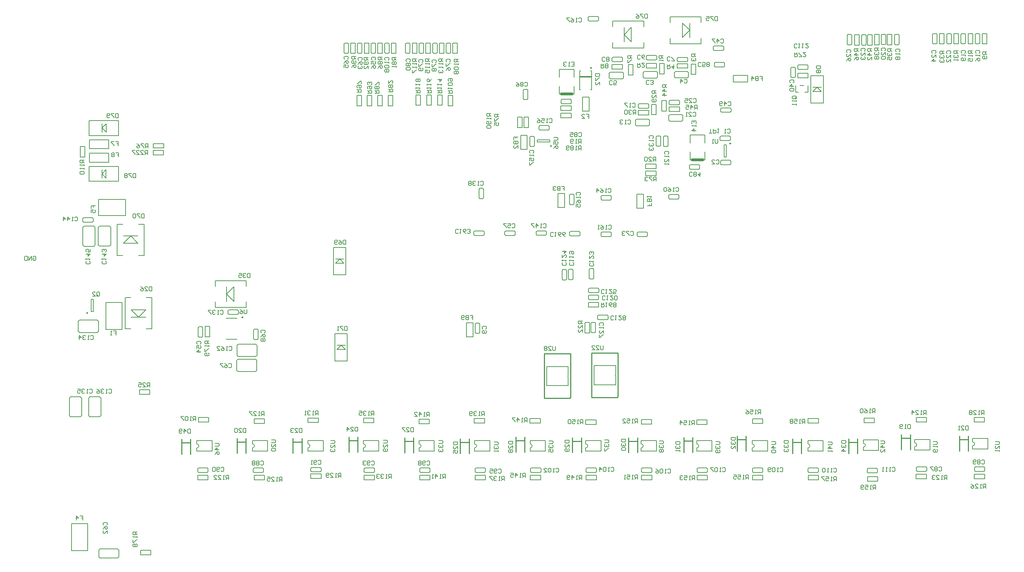
<source format=gbo>
G04*
G04 #@! TF.GenerationSoftware,Altium Limited,Altium Designer,23.10.1 (27)*
G04*
G04 Layer_Color=32896*
%FSLAX25Y25*%
%MOIN*%
G70*
G04*
G04 #@! TF.SameCoordinates,1ECFB1C0-1579-4D3B-9075-10E0A19D06C0*
G04*
G04*
G04 #@! TF.FilePolarity,Positive*
G04*
G01*
G75*
%ADD10C,0.01000*%
%ADD13C,0.00984*%
%ADD15C,0.00500*%
%ADD16C,0.00787*%
%ADD17C,0.00800*%
%ADD18C,0.00700*%
%ADD126C,0.02500*%
D10*
X418653Y135239D02*
X427117D01*
Y124313D02*
Y138487D01*
X418653Y124313D02*
Y138487D01*
X837968Y128238D02*
Y142412D01*
X846432Y128238D02*
Y142412D01*
X837968Y139164D02*
X846432D01*
X206553Y124613D02*
Y138787D01*
X215017Y124613D02*
Y138787D01*
X206553Y135539D02*
X215017D01*
X893068Y126928D02*
Y141102D01*
X901532Y126928D02*
Y141102D01*
X893068Y137854D02*
X901532D01*
X259653Y124613D02*
Y138787D01*
X268117Y124613D02*
Y138787D01*
X259653Y135539D02*
X268117D01*
X312753Y125813D02*
Y139987D01*
X321217Y125813D02*
Y139987D01*
X312753Y136739D02*
X321217D01*
X365853Y125213D02*
Y139387D01*
X374317Y125213D02*
Y139387D01*
X365853Y136139D02*
X374317D01*
X471453Y125913D02*
Y140087D01*
X479917Y125913D02*
Y140087D01*
X471453Y136839D02*
X479917D01*
X525353Y125313D02*
Y139487D01*
X533817Y125313D02*
Y139487D01*
X525353Y136239D02*
X533817D01*
X578653Y125313D02*
Y139487D01*
X587117Y125313D02*
Y139487D01*
X578653Y136239D02*
X587117D01*
X631053Y125513D02*
Y139687D01*
X639517Y125513D02*
Y139687D01*
X631053Y136439D02*
X639517D01*
X681753Y126913D02*
Y141087D01*
X690217Y126913D02*
Y141087D01*
X681753Y137839D02*
X690217D01*
X734553Y124313D02*
Y138487D01*
X743017Y124313D02*
Y138487D01*
X734553Y135239D02*
X743017D01*
X787768Y124338D02*
Y138512D01*
X796232Y124338D02*
Y138512D01*
X787768Y135264D02*
X796232D01*
X153853Y123913D02*
Y138087D01*
X162317Y123913D02*
Y138087D01*
X153853Y134839D02*
X162317D01*
X522765Y177173D02*
X523454Y177861D01*
X498552Y177173D02*
X522765D01*
X498552D02*
Y219495D01*
X523454D01*
Y177861D02*
Y219495D01*
X567906Y177881D02*
X568595Y178570D01*
X543693Y177881D02*
X567906D01*
X543693D02*
Y220204D01*
X568595D01*
Y178570D02*
Y220204D01*
D13*
X64577Y258154D02*
G03*
X64577Y258154I-492J0D01*
G01*
X212113Y253946D02*
G03*
X212113Y253946I-492J0D01*
G01*
X675786Y419287D02*
G03*
X675786Y419287I-492J0D01*
G01*
X505395Y416917D02*
G03*
X505395Y416917I-492J0D01*
G01*
X543510Y491114D02*
G03*
X543510Y491114I-492J0D01*
G01*
D15*
X541013Y535835D02*
X549281D01*
X540226Y536622D02*
Y539378D01*
X550069Y536622D02*
Y539378D01*
X541013Y540165D02*
X549281D01*
X550069Y539378D01*
X549281Y535835D02*
X550069Y536622D01*
X540226D02*
X541013Y535835D01*
X540226Y539378D02*
X541013Y540165D01*
X786402Y513919D02*
X787190Y513132D01*
X789946D02*
X790733Y513919D01*
X789946Y522974D02*
X790733Y522187D01*
X786402D02*
X787190Y522974D01*
X786402Y513919D02*
Y522187D01*
X787190Y522974D02*
X789946D01*
X787190Y513132D02*
X789946D01*
X790733Y513919D02*
Y522187D01*
X797818Y512831D02*
Y522674D01*
X793487Y512831D02*
Y522674D01*
Y512831D02*
X797818D01*
X793487Y522674D02*
X797818D01*
X800202Y513619D02*
X800990Y512831D01*
X803746D02*
X804533Y513619D01*
X803746Y522674D02*
X804533Y521887D01*
X800202D02*
X800990Y522674D01*
X800202Y513619D02*
Y521887D01*
X800990Y522674D02*
X803746D01*
X800990Y512831D02*
X803746D01*
X804533Y513619D02*
Y521887D01*
X810365Y512926D02*
Y522768D01*
X806035Y512926D02*
Y522768D01*
Y512926D02*
X810365D01*
X806035Y522768D02*
X810365D01*
X816765Y513226D02*
Y523069D01*
X812435Y513226D02*
Y523069D01*
Y513226D02*
X816765D01*
X812435Y523069D02*
X816765D01*
X818835Y514119D02*
X819622Y513332D01*
X822378D02*
X823165Y514119D01*
X822378Y523174D02*
X823165Y522387D01*
X818835D02*
X819622Y523174D01*
X818835Y514119D02*
Y522387D01*
X819622Y523174D02*
X822378D01*
X819622Y513332D02*
X822378D01*
X823165Y514119D02*
Y522387D01*
X828999Y513226D02*
Y523069D01*
X824668Y513226D02*
Y523069D01*
Y513226D02*
X828999D01*
X824668Y523069D02*
X828999D01*
X831435Y514013D02*
X832222Y513226D01*
X834978D02*
X835765Y514013D01*
X834978Y523069D02*
X835765Y522281D01*
X831435D02*
X832222Y523069D01*
X831435Y514013D02*
Y522281D01*
X832222Y523069D02*
X834978D01*
X832222Y513226D02*
X834978D01*
X835765Y514013D02*
Y522281D01*
X867535Y514819D02*
X868322Y514032D01*
X871078D02*
X871865Y514819D01*
X871078Y523874D02*
X871865Y523087D01*
X867535D02*
X868322Y523874D01*
X867535Y514819D02*
Y523087D01*
X868322Y523874D02*
X871078D01*
X868322Y514032D02*
X871078D01*
X871865Y514819D02*
Y523087D01*
X878637Y514032D02*
Y523874D01*
X874306Y514032D02*
Y523874D01*
Y514032D02*
X878637D01*
X874306Y523874D02*
X878637D01*
X881077Y514819D02*
X881865Y514032D01*
X884621D02*
X885408Y514819D01*
X884621Y523874D02*
X885408Y523087D01*
X881077D02*
X881865Y523874D01*
X881077Y514819D02*
Y523087D01*
X881865Y523874D02*
X884621D01*
X881865Y514032D02*
X884621D01*
X885408Y514819D02*
Y523087D01*
X892180Y514032D02*
Y523874D01*
X887849Y514032D02*
Y523874D01*
Y514032D02*
X892180D01*
X887849Y523874D02*
X892180D01*
X894620Y514819D02*
X895408Y514032D01*
X898164D02*
X898951Y514819D01*
X898164Y523874D02*
X898951Y523087D01*
X894620D02*
X895408Y523874D01*
X894620Y514819D02*
Y523087D01*
X895408Y523874D02*
X898164D01*
X895408Y514032D02*
X898164D01*
X898951Y514819D02*
Y523087D01*
X905723Y514032D02*
Y523874D01*
X901392Y514032D02*
Y523874D01*
Y514032D02*
X905723D01*
X901392Y523874D02*
X905723D01*
X908163Y514819D02*
X908951Y514032D01*
X911707D02*
X912494Y514819D01*
X911707Y523874D02*
X912494Y523087D01*
X908163D02*
X908951Y523874D01*
X908163Y514819D02*
Y523087D01*
X908951Y523874D02*
X911707D01*
X908951Y514032D02*
X911707D01*
X912494Y514819D02*
Y523087D01*
X919265Y514032D02*
Y523874D01*
X914935Y514032D02*
Y523874D01*
Y514032D02*
X919265D01*
X914935Y523874D02*
X919265D01*
X907331Y104680D02*
X917174D01*
X907331Y100349D02*
X917174D01*
Y104680D01*
X907331Y100349D02*
Y104680D01*
X433035Y239413D02*
X433822Y238626D01*
X436578D02*
X437365Y239413D01*
X436578Y248468D02*
X437365Y247681D01*
X433035D02*
X433822Y248468D01*
X433035Y239413D02*
Y247681D01*
X433822Y248468D02*
X436578D01*
X433822Y238626D02*
X436578D01*
X437365Y239413D02*
Y247681D01*
X611735Y417213D02*
X612522Y416426D01*
X615278D02*
X616065Y417213D01*
X615278Y426268D02*
X616065Y425481D01*
X611735D02*
X612522Y426268D01*
X611735Y417213D02*
Y425481D01*
X612522Y426268D02*
X615278D01*
X612522Y416426D02*
X615278D01*
X616065Y417213D02*
Y425481D01*
X476067Y413786D02*
Y427172D01*
X482366Y413786D02*
Y427172D01*
X476067Y426188D02*
X476067D01*
X476067Y413786D02*
X482366D01*
X476067Y427172D02*
X482366D01*
X173163Y244969D02*
X173950Y244181D01*
X169620D02*
X170407Y244969D01*
X169620Y235913D02*
X170407Y235126D01*
X173163D02*
X173950Y235913D01*
Y244181D01*
X170407Y235126D02*
X173163D01*
X170407Y244969D02*
X173163D01*
X169620Y235913D02*
Y244181D01*
X180550Y235426D02*
Y245269D01*
X176220Y235426D02*
Y245269D01*
Y235426D02*
X180550D01*
X176220Y245269D02*
X180550D01*
X78072Y390500D02*
X82009Y386563D01*
X78072Y390500D02*
X82009Y394437D01*
Y386563D02*
Y394437D01*
X65867Y397587D02*
X93820D01*
X65867Y383413D02*
X93820D01*
X78072Y386563D02*
Y394437D01*
X93820Y383413D02*
Y397587D01*
X65867Y383413D02*
Y397587D01*
X222711Y103896D02*
X232554D01*
X222711Y99565D02*
X232554D01*
Y103896D01*
X222711Y99565D02*
Y103896D01*
X276626Y105165D02*
X286469D01*
X276626Y100835D02*
X286469D01*
Y105165D01*
X276626Y100835D02*
Y105165D01*
X327334Y103896D02*
X337177D01*
X327334Y99565D02*
X337177D01*
Y103896D01*
X327334Y99565D02*
Y103896D01*
X380076D02*
X389918D01*
X380076Y99565D02*
X389918D01*
Y103896D01*
X380076Y99565D02*
Y103896D01*
X432817D02*
X442659D01*
X432817Y99565D02*
X442659D01*
Y103896D01*
X432817Y99565D02*
Y103896D01*
X441872Y106400D02*
X442659Y107187D01*
X441872Y110731D02*
X442659Y109943D01*
X432817D02*
X433604Y110731D01*
X432817Y107187D02*
X433604Y106400D01*
X441872D01*
X432817Y107187D02*
Y109943D01*
X442659Y107187D02*
Y109943D01*
X433604Y110731D02*
X441872D01*
X75055Y26150D02*
Y32450D01*
X94150Y26150D02*
Y32450D01*
X75055Y26150D02*
X76236Y24969D01*
X75055Y32450D02*
X76236Y33631D01*
X92968D02*
X94150Y32450D01*
X92968Y24969D02*
X94150Y26150D01*
X76236Y33631D02*
X92968D01*
X76236Y24969D02*
X92968D01*
X207421Y202395D02*
X224154D01*
X207421Y214206D02*
X224154D01*
Y202395D02*
X225335Y203576D01*
X224154Y214206D02*
X225335Y213024D01*
X206240D02*
X207421Y214206D01*
X206240Y203576D02*
X207421Y202395D01*
X225335Y203576D02*
Y213024D01*
X206240Y203576D02*
Y213024D01*
X222320Y233713D02*
Y241981D01*
X223107Y242769D02*
X225863D01*
X223107Y232926D02*
X225863D01*
X226650Y233713D02*
Y241981D01*
X225863Y232926D02*
X226650Y233713D01*
X222320D02*
X223107Y232926D01*
X222320Y241981D02*
X223107Y242769D01*
X225863D02*
X226650Y241981D01*
X853019Y111880D02*
X861287D01*
X862074Y108337D02*
Y111093D01*
X852232Y108337D02*
Y111093D01*
X853019Y107550D02*
X861287D01*
X852232Y108337D02*
X853019Y107550D01*
X852232Y111093D02*
X853019Y111880D01*
X861287D02*
X862074Y111093D01*
X861287Y107550D02*
X862074Y108337D01*
X222640Y110731D02*
X230907D01*
X231695Y107187D02*
Y109943D01*
X221852Y107187D02*
Y109943D01*
X222640Y106400D02*
X230907D01*
X221852Y107187D02*
X222640Y106400D01*
X221852Y109943D02*
X222640Y110731D01*
X230907D02*
X231695Y109943D01*
X230907Y106400D02*
X231695Y107187D01*
X908219Y111680D02*
X916487D01*
X917274Y108137D02*
Y110893D01*
X907432Y108137D02*
Y110893D01*
X908219Y107350D02*
X916487D01*
X907432Y108137D02*
X908219Y107350D01*
X907432Y110893D02*
X908219Y111680D01*
X916487D02*
X917274Y110893D01*
X916487Y107350D02*
X917274Y108137D01*
X169898Y110731D02*
X178166D01*
X178954Y107187D02*
Y109943D01*
X169111Y107187D02*
Y109943D01*
X169898Y106400D02*
X178166D01*
X169111Y107187D02*
X169898Y106400D01*
X169111Y109943D02*
X169898Y110731D01*
X178166D02*
X178954Y109943D01*
X178166Y106400D02*
X178954Y107187D01*
X277419Y111265D02*
X285687D01*
X286474Y107722D02*
Y110478D01*
X276631Y107722D02*
Y110478D01*
X277419Y106935D02*
X285687D01*
X276631Y107722D02*
X277419Y106935D01*
X276631Y110478D02*
X277419Y111265D01*
X285687D02*
X286474Y110478D01*
X285687Y106935D02*
X286474Y107722D01*
X328122Y110731D02*
X336390D01*
X337177Y107187D02*
Y109943D01*
X327334Y107187D02*
Y109943D01*
X328122Y106400D02*
X336390D01*
X327334Y107187D02*
X328122Y106400D01*
X327334Y109943D02*
X328122Y110731D01*
X336390D02*
X337177Y109943D01*
X336390Y106400D02*
X337177Y107187D01*
X380863Y110731D02*
X389131D01*
X389918Y107187D02*
Y109943D01*
X380076Y107187D02*
Y109943D01*
X380863Y106400D02*
X389131D01*
X380076Y107187D02*
X380863Y106400D01*
X380076Y109943D02*
X380863Y110731D01*
X389131D02*
X389918Y109943D01*
X389131Y106400D02*
X389918Y107187D01*
X486345Y110731D02*
X494613D01*
X495400Y107187D02*
Y109943D01*
X485558Y107187D02*
Y109943D01*
X486345Y106400D02*
X494613D01*
X485558Y107187D02*
X486345Y106400D01*
X485558Y109943D02*
X486345Y110731D01*
X494613D02*
X495400Y109943D01*
X494613Y106400D02*
X495400Y107187D01*
X539086Y110731D02*
X547354D01*
X548142Y107187D02*
Y109943D01*
X538299Y107187D02*
Y109943D01*
X539086Y106400D02*
X547354D01*
X538299Y107187D02*
X539086Y106400D01*
X538299Y109943D02*
X539086Y110731D01*
X547354D02*
X548142Y109943D01*
X547354Y106400D02*
X548142Y107187D01*
X591828Y110731D02*
X600095D01*
X600883Y107187D02*
Y109943D01*
X591040Y107187D02*
Y109943D01*
X591828Y106400D02*
X600095D01*
X591040Y107187D02*
X591828Y106400D01*
X591040Y109943D02*
X591828Y110731D01*
X600095D02*
X600883Y109943D01*
X600095Y106400D02*
X600883Y107187D01*
X644569Y110731D02*
X652837D01*
X653624Y107187D02*
Y109943D01*
X643781Y107187D02*
Y109943D01*
X644569Y106400D02*
X652837D01*
X643781Y107187D02*
X644569Y106400D01*
X643781Y109943D02*
X644569Y110731D01*
X652837D02*
X653624Y109943D01*
X652837Y106400D02*
X653624Y107187D01*
X697310Y110731D02*
X705578D01*
X706365Y107187D02*
Y109943D01*
X696523Y107187D02*
Y109943D01*
X697310Y106400D02*
X705578D01*
X696523Y107187D02*
X697310Y106400D01*
X696523Y109943D02*
X697310Y110731D01*
X705578D02*
X706365Y109943D01*
X705578Y106400D02*
X706365Y107187D01*
X750051Y110731D02*
X758319D01*
X759106Y107187D02*
Y109943D01*
X749264Y107187D02*
Y109943D01*
X750051Y106400D02*
X758319D01*
X749264Y107187D02*
X750051Y106400D01*
X749264Y109943D02*
X750051Y110731D01*
X758319D02*
X759106Y109943D01*
X758319Y106400D02*
X759106Y107187D01*
X806213Y110380D02*
X814481D01*
X815269Y106837D02*
Y109593D01*
X805426Y106837D02*
Y109593D01*
X806213Y106050D02*
X814481D01*
X805426Y106837D02*
X806213Y106050D01*
X805426Y109593D02*
X806213Y110380D01*
X814481D02*
X815269Y109593D01*
X814481Y106050D02*
X815269Y106837D01*
X56817Y251306D02*
X73549D01*
X56817Y239494D02*
X73549D01*
X55635Y250125D02*
X56817Y251306D01*
X55635Y240676D02*
X56817Y239494D01*
X73549D02*
X74730Y240676D01*
X73549Y251306D02*
X74730Y250125D01*
X55635Y240676D02*
Y250125D01*
X74730Y240676D02*
Y250125D01*
X47044Y160489D02*
Y177221D01*
X58855Y160489D02*
Y177221D01*
X47044Y160489D02*
X48225Y159308D01*
X57674D02*
X58855Y160489D01*
X57674Y178402D02*
X58855Y177221D01*
X47044D02*
X48225Y178402D01*
Y159308D02*
X57674D01*
X48225Y178402D02*
X57674D01*
X65395Y160531D02*
Y177264D01*
X77205Y160531D02*
Y177264D01*
X65395Y160531D02*
X66576Y159350D01*
X76024D02*
X77205Y160531D01*
X76024Y178445D02*
X77205Y177264D01*
X65395D02*
X66576Y178445D01*
Y159350D02*
X76024D01*
X66576Y178445D02*
X76024D01*
X198713Y260965D02*
X206981D01*
X207769Y257422D02*
Y260178D01*
X197926Y257422D02*
Y260178D01*
X198713Y256635D02*
X206981D01*
X197926Y257422D02*
X198713Y256635D01*
X197926Y260178D02*
X198713Y260965D01*
X206981D02*
X207769Y260178D01*
X206981Y256635D02*
X207769Y257422D01*
X207621Y216694D02*
X224354D01*
X207621Y228506D02*
X224354D01*
Y216694D02*
X225535Y217876D01*
X224354Y228506D02*
X225535Y227325D01*
X206440D02*
X207621Y228506D01*
X206440Y217876D02*
X207621Y216694D01*
X225535Y217876D02*
Y227325D01*
X206440Y217876D02*
Y227325D01*
X78155Y434000D02*
X82092Y430063D01*
X78155Y434000D02*
X82092Y437937D01*
Y430063D02*
Y437937D01*
X65950Y441087D02*
X93903D01*
X65950Y426913D02*
X93903D01*
X78155Y430063D02*
Y437937D01*
X93903Y426913D02*
Y441087D01*
X65950Y426913D02*
Y441087D01*
X81708Y242463D02*
X97062D01*
X81708Y268054D02*
X97062D01*
X81708Y242463D02*
Y268054D01*
X97062Y242463D02*
Y268054D01*
X49123Y57737D02*
X64477D01*
X49123Y32146D02*
X64477D01*
Y57737D01*
X49123Y32146D02*
Y57737D01*
X66334Y422931D02*
X84641D01*
X66334Y414269D02*
X84641D01*
X66334D02*
Y422931D01*
X84641Y414269D02*
Y422931D01*
X84436Y401469D02*
Y410131D01*
X66129Y401469D02*
Y410131D01*
Y401469D02*
X84436D01*
X66129Y410131D02*
X84436D01*
X424450Y248930D02*
X430750D01*
X424450Y235544D02*
X430750D01*
X424450Y247946D02*
X424450D01*
X430750Y235544D02*
Y248930D01*
X424450Y235544D02*
Y248930D01*
X123669Y180635D02*
Y184965D01*
X113826Y180635D02*
Y184965D01*
X123669D01*
X113826Y180635D02*
X123669D01*
X126926Y414935D02*
X136768D01*
X126926Y419265D02*
X136768D01*
X126926Y414935D02*
Y419265D01*
X136768Y414935D02*
Y419265D01*
X179554Y154335D02*
Y158665D01*
X169711Y154335D02*
Y158665D01*
X179554D01*
X169711Y154335D02*
X179554D01*
X57520Y406526D02*
X61851D01*
X57520Y416368D02*
X61851D01*
Y406526D02*
Y416368D01*
X57520Y406526D02*
Y416368D01*
X169111Y99565D02*
Y103896D01*
X178954Y99565D02*
Y103896D01*
X169111Y99565D02*
X178954D01*
X169111Y103896D02*
X178954D01*
X852032Y100450D02*
Y104780D01*
X861874Y100450D02*
Y104780D01*
X852032Y100450D02*
X861874D01*
X852032Y104780D02*
X861874D01*
X861974Y154450D02*
Y158780D01*
X852132Y154450D02*
Y158780D01*
X861974D01*
X852132Y154450D02*
X861974D01*
X232554Y153235D02*
Y157565D01*
X222711Y153235D02*
Y157565D01*
X232554D01*
X222711Y153235D02*
X232554D01*
X916974Y154350D02*
Y158680D01*
X907132Y154350D02*
Y158680D01*
X916974D01*
X907132Y154350D02*
X916974D01*
X283854Y153935D02*
Y158265D01*
X274011Y153935D02*
Y158265D01*
X283854D01*
X274011Y153935D02*
X283854D01*
X336654Y153735D02*
Y158065D01*
X326811Y153735D02*
Y158065D01*
X336654D01*
X326811Y153735D02*
X336654D01*
X441754Y153335D02*
Y157665D01*
X431911Y153335D02*
Y157665D01*
X441754D01*
X431911Y153335D02*
X441754D01*
X389354Y152635D02*
Y156965D01*
X379511Y152635D02*
Y156965D01*
X389354D01*
X379511Y152635D02*
X389354D01*
X485311Y99565D02*
Y103896D01*
X495154Y99565D02*
Y103896D01*
X485311Y99565D02*
X495154D01*
X485311Y103896D02*
X495154D01*
X494859Y153435D02*
Y157765D01*
X485017Y153435D02*
Y157765D01*
X494859D01*
X485017Y153435D02*
X494859D01*
X538299Y99565D02*
Y103896D01*
X548142Y99565D02*
Y103896D01*
X538299Y99565D02*
X548142D01*
X538299Y103896D02*
X548142D01*
X547759Y152135D02*
Y156465D01*
X537917Y152135D02*
Y156465D01*
X547759D01*
X537917Y152135D02*
X547759D01*
X590911Y99565D02*
Y103896D01*
X600754Y99565D02*
Y103896D01*
X590911Y99565D02*
X600754D01*
X590911Y103896D02*
X600754D01*
X600659Y152335D02*
Y156665D01*
X590817Y152335D02*
Y156665D01*
X600659D01*
X590817Y152335D02*
X600659D01*
X643781Y99565D02*
Y103896D01*
X653624Y99565D02*
Y103896D01*
X643781Y99565D02*
X653624D01*
X643781Y103896D02*
X653624D01*
X653359Y152035D02*
Y156365D01*
X643517Y152035D02*
Y156365D01*
X653359D01*
X643517Y152035D02*
X653359D01*
X696523Y99565D02*
Y103896D01*
X706365Y99565D02*
Y103896D01*
X696523Y99565D02*
X706365D01*
X696523Y103896D02*
X706365D01*
X706254Y153135D02*
Y157465D01*
X696411Y153135D02*
Y157465D01*
X706254D01*
X696411Y153135D02*
X706254D01*
X749417Y99565D02*
Y103896D01*
X759259Y99565D02*
Y103896D01*
X749417Y99565D02*
X759259D01*
X749417Y103896D02*
X759259D01*
X759159Y153435D02*
Y157765D01*
X749317Y153435D02*
Y157765D01*
X759159D01*
X749317Y153435D02*
X759159D01*
X805832Y98049D02*
Y102380D01*
X815674Y98049D02*
Y102380D01*
X805832Y98049D02*
X815674D01*
X805832Y102380D02*
X815674D01*
X812296Y153872D02*
Y158203D01*
X802454Y153872D02*
Y158203D01*
X812296D01*
X802454Y153872D02*
X812296D01*
X114817Y28135D02*
Y32465D01*
X124659Y28135D02*
Y32465D01*
X114817Y28135D02*
X124659D01*
X114817Y32465D02*
X124659D01*
X126726Y408535D02*
X136568D01*
X126726Y412865D02*
X136568D01*
X126726Y408535D02*
Y412865D01*
X136568Y408535D02*
Y412865D01*
X522616Y334868D02*
X523404Y335655D01*
X522616Y332112D02*
X523404Y331325D01*
X531672D02*
X532459Y332112D01*
X531672Y335655D02*
X532459Y334868D01*
X523404Y335655D02*
X531672D01*
X532459Y332112D02*
Y334868D01*
X522616Y332112D02*
Y334868D01*
X523404Y331325D02*
X531672D01*
X586536Y371130D02*
X592835D01*
X586536Y357744D02*
X592835D01*
X586536Y370146D02*
X586536D01*
X592835Y357744D02*
Y371130D01*
X586536Y357744D02*
Y371130D01*
X74848Y366177D02*
X100439D01*
X74848Y350823D02*
X100439D01*
X74848D02*
Y366177D01*
X100439Y350823D02*
Y366177D01*
X71691Y322736D02*
Y339469D01*
X59880Y322736D02*
Y339469D01*
X70509Y340650D02*
X71691Y339469D01*
X59880D02*
X61061Y340650D01*
X59880Y322736D02*
X61061Y321555D01*
X70509D02*
X71691Y322736D01*
X61061Y340650D02*
X70509D01*
X61061Y321555D02*
X70509D01*
X59911Y348078D02*
X60698Y348865D01*
X59911Y345322D02*
X60698Y344535D01*
X68966D02*
X69754Y345322D01*
X68966Y348865D02*
X69754Y348078D01*
X60698Y348865D02*
X68966D01*
X69754Y345322D02*
Y348078D01*
X59911Y345322D02*
Y348078D01*
X60698Y344535D02*
X68966D01*
X86491Y322832D02*
Y339564D01*
X74680Y322832D02*
Y339564D01*
X85309Y340745D02*
X86491Y339564D01*
X74680D02*
X75861Y340745D01*
X74680Y322832D02*
X75861Y321651D01*
X85309D02*
X86491Y322832D01*
X75861Y340745D02*
X85309D01*
X75861Y321651D02*
X85309D01*
X436435Y367613D02*
X437222Y366826D01*
X439978D02*
X440765Y367613D01*
X439978Y376669D02*
X440765Y375881D01*
X436435D02*
X437222Y376669D01*
X436435Y367613D02*
Y375881D01*
X437222Y376669D02*
X439978D01*
X437222Y366826D02*
X439978D01*
X440765Y367613D02*
Y375881D01*
X440672Y331824D02*
X441459Y332612D01*
X440672Y336155D02*
X441459Y335368D01*
X431616D02*
X432404Y336155D01*
X431616Y332612D02*
X432404Y331824D01*
X440672D01*
X431616Y332612D02*
Y335368D01*
X441459Y332612D02*
Y335368D01*
X432404Y336155D02*
X440672D01*
X616717Y370065D02*
X617504Y370852D01*
X616717Y367309D02*
X617504Y366521D01*
X625772D02*
X626559Y367309D01*
X625772Y370852D02*
X626559Y370065D01*
X617504Y370852D02*
X625772D01*
X626559Y367309D02*
Y370065D01*
X616717Y367309D02*
Y370065D01*
X617504Y366521D02*
X625772D01*
X666388Y426365D02*
X674656D01*
X675443Y422822D02*
Y425578D01*
X665601Y422822D02*
Y425578D01*
X666388Y422035D02*
X674656D01*
X665601Y422822D02*
X666388Y422035D01*
X665601Y425578D02*
X666388Y426365D01*
X674656D02*
X675443Y425578D01*
X674656Y422035D02*
X675443Y422822D01*
X490711Y335478D02*
X491499Y336265D01*
X490711Y332722D02*
X491499Y331935D01*
X499766D02*
X500554Y332722D01*
X499766Y336265D02*
X500554Y335478D01*
X491499Y336265D02*
X499766D01*
X500554Y332722D02*
Y335478D01*
X490711Y332722D02*
Y335478D01*
X491499Y331935D02*
X499766D01*
X666195Y402578D02*
X666983Y403365D01*
X666195Y399822D02*
X666983Y399035D01*
X675250D02*
X676038Y399822D01*
X675250Y403365D02*
X676038Y402578D01*
X666983Y403365D02*
X675250D01*
X676038Y399822D02*
Y402578D01*
X666195Y399822D02*
Y402578D01*
X666983Y399035D02*
X675250D01*
X397135Y455605D02*
Y465447D01*
X401466Y455605D02*
Y465447D01*
X397135D02*
X401466D01*
X397135Y455605D02*
X401466D01*
X407235Y455232D02*
Y465074D01*
X411565Y455232D02*
Y465074D01*
X407235D02*
X411565D01*
X407235Y455232D02*
X411565D01*
X320552Y455105D02*
X324883D01*
X320552Y464947D02*
X324883D01*
Y455105D02*
Y464947D01*
X320552Y455105D02*
Y464947D01*
X330241Y455105D02*
X334571D01*
X330241Y464947D02*
X334571D01*
Y455105D02*
Y464947D01*
X330241Y455105D02*
Y464947D01*
X340185Y455105D02*
X344516D01*
X340185Y464947D02*
X344516D01*
Y455105D02*
Y464947D01*
X340185Y455105D02*
Y464947D01*
X350334Y455105D02*
X354665D01*
X350334Y464947D02*
X354665D01*
Y455105D02*
Y464947D01*
X350334Y455105D02*
Y464947D01*
X376682Y455605D02*
Y465447D01*
X381013Y455605D02*
Y465447D01*
X376682D02*
X381013D01*
X376682Y455605D02*
X381013D01*
X386729D02*
Y465447D01*
X391060Y455605D02*
Y465447D01*
X386729D02*
X391060D01*
X386729Y455605D02*
X391060D01*
X300163Y305557D02*
X304100Y309494D01*
X308037Y305557D01*
X300163Y309494D02*
X308037D01*
X300163Y305557D02*
X308037D01*
X310005Y294534D02*
Y320518D01*
X298195D02*
X310005D01*
X298195Y294534D02*
Y320518D01*
Y294534D02*
X310005D01*
X301515Y223572D02*
X305452Y227509D01*
X309389Y223572D01*
X301515Y227509D02*
X309389D01*
X301515Y223572D02*
X309389D01*
X311357Y212549D02*
Y238533D01*
X299547D02*
X311357D01*
X299547Y212549D02*
Y238533D01*
Y212549D02*
X311357D01*
X595772Y330921D02*
X596559Y331709D01*
X595772Y335252D02*
X596559Y334465D01*
X586717D02*
X587504Y335252D01*
X586717Y331709D02*
X587504Y330921D01*
X595772D01*
X586717Y331709D02*
Y334465D01*
X596559Y331709D02*
Y334465D01*
X587504Y335252D02*
X595772D01*
X753917Y468806D02*
X757854Y472743D01*
X761791Y468806D01*
X753917Y472743D02*
X761791D01*
X753917Y468806D02*
X761791D01*
X763759Y457782D02*
Y483766D01*
X751948D02*
X763759D01*
X751948Y457782D02*
Y483766D01*
Y457782D02*
X763759D01*
X534750Y450170D02*
Y463556D01*
X541050Y450170D02*
Y463556D01*
X534750Y462572D02*
X534750D01*
X534750Y450170D02*
X541050D01*
X534750Y463556D02*
X541050D01*
X737385Y468132D02*
Y474432D01*
X749196Y468132D02*
Y474432D01*
X741519D02*
X745062D01*
X737385Y468132D02*
X740338D01*
X746243D02*
X749196D01*
X678370Y477750D02*
X691756D01*
X678370Y484050D02*
X691756D01*
X679354Y477750D02*
Y477750D01*
X691756Y477750D02*
Y484050D01*
X678370Y477750D02*
Y484050D01*
X669231Y491985D02*
X670018Y492772D01*
X669231Y496316D02*
X670018Y495528D01*
X660176D02*
X660963Y496316D01*
X660176Y492772D02*
X660963Y491985D01*
X669231D01*
X660176Y492772D02*
Y495528D01*
X670018Y492772D02*
Y495528D01*
X660963Y496316D02*
X669231D01*
X623134Y481610D02*
X634551D01*
X622149Y482595D02*
Y486925D01*
X623134Y487910D02*
X634551D01*
X635535Y482595D02*
Y486925D01*
X634551Y487910D02*
X635535Y486925D01*
X634551Y481610D02*
X635535Y482595D01*
X622149Y486925D02*
X623134Y487910D01*
Y481610D02*
Y481610D01*
X622149Y482595D02*
X623134Y481610D01*
X660021Y512065D02*
X668289D01*
X669076Y508522D02*
Y511278D01*
X659234Y508522D02*
Y511278D01*
X660021Y507735D02*
X668289D01*
X659234Y508522D02*
X660021Y507735D01*
X659234Y511278D02*
X660021Y512065D01*
X668289D02*
X669076Y511278D01*
X668289Y507735D02*
X669076Y508522D01*
X482882Y461813D02*
Y470081D01*
X479339Y461026D02*
X482094D01*
X479339Y470868D02*
X482094D01*
X478551Y461813D02*
Y470081D01*
X479339Y470868D01*
X482094D02*
X482882Y470081D01*
X482094Y461026D02*
X482882Y461813D01*
X478551D02*
X479339Y461026D01*
X594932Y395335D02*
X604774D01*
X594932Y399665D02*
X604774D01*
X594932Y395335D02*
Y399665D01*
X604774Y395335D02*
Y399665D01*
X484751Y417166D02*
Y425434D01*
X485539Y426221D02*
X488295D01*
X485539Y416379D02*
X488295D01*
X489082Y417166D02*
Y425434D01*
X488295Y416379D02*
X489082Y417166D01*
X484751D02*
X485539Y416379D01*
X484751Y425434D02*
X485539Y426221D01*
X488295D02*
X489082Y425434D01*
X563798Y496995D02*
X572066D01*
X563011Y497782D02*
Y500538D01*
X572853Y497782D02*
Y500538D01*
X563798Y501325D02*
X572066D01*
X572853Y500538D01*
X572066Y496995D02*
X572853Y497782D01*
X563011D02*
X563798Y496995D01*
X563011Y500538D02*
X563798Y501325D01*
X608089Y485457D02*
Y495300D01*
X612419Y485457D02*
Y495300D01*
X608089D02*
X612419D01*
X608089Y485457D02*
X612419D01*
X553213Y365535D02*
X561481D01*
X552426Y366322D02*
Y369078D01*
X562268Y366322D02*
Y369078D01*
X553213Y369865D02*
X561481D01*
X562268Y369078D01*
X561481Y365535D02*
X562268Y366322D01*
X552426D02*
X553213Y365535D01*
X552426Y369078D02*
X553213Y369865D01*
X511536Y371830D02*
X517835D01*
X511536Y358444D02*
X517835D01*
X511536Y370846D02*
X511536D01*
X517835Y358444D02*
Y371830D01*
X511536Y358444D02*
Y371830D01*
X461804Y336255D02*
X470072D01*
X470859Y332712D02*
Y335468D01*
X461017Y332712D02*
Y335468D01*
X461804Y331925D02*
X470072D01*
X461017Y332712D02*
X461804Y331925D01*
X461017Y335468D02*
X461804Y336255D01*
X470072D02*
X470859Y335468D01*
X470072Y331925D02*
X470859Y332712D01*
X553298Y330735D02*
X561566D01*
X552511Y331522D02*
Y334278D01*
X562354Y331522D02*
Y334278D01*
X553298Y335065D02*
X561566D01*
X562354Y334278D01*
X561566Y330735D02*
X562354Y331522D01*
X552511D02*
X553298Y330735D01*
X552511Y334278D02*
X553298Y335065D01*
X519750Y290313D02*
Y298581D01*
X516207Y289526D02*
X518963D01*
X516207Y299369D02*
X518963D01*
X515420Y290313D02*
Y298581D01*
X516207Y299369D01*
X518963D02*
X519750Y298581D01*
X518963Y289526D02*
X519750Y290313D01*
X515420D02*
X516207Y289526D01*
X525996Y290568D02*
Y298835D01*
X522453Y289780D02*
X525209D01*
X522453Y299623D02*
X525209D01*
X521665Y290568D02*
Y298835D01*
X522453Y299623D01*
X525209D02*
X525996Y298835D01*
X525209Y289780D02*
X525996Y290568D01*
X521665D02*
X522453Y289780D01*
X545650Y291213D02*
Y299481D01*
X542107Y290426D02*
X544863D01*
X542107Y300269D02*
X544863D01*
X541320Y291213D02*
Y299481D01*
X542107Y300269D01*
X544863D02*
X545650Y299481D01*
X544863Y290426D02*
X545650Y291213D01*
X541320D02*
X542107Y290426D01*
X541414Y281665D02*
X549682D01*
X550469Y278122D02*
Y280878D01*
X540627Y278122D02*
Y280878D01*
X541414Y277335D02*
X549682D01*
X540627Y278122D02*
X541414Y277335D01*
X540627Y280878D02*
X541414Y281665D01*
X549682D02*
X550469Y280878D01*
X549682Y277335D02*
X550469Y278122D01*
X541204Y275165D02*
X549472D01*
X550259Y271622D02*
Y274378D01*
X540417Y271622D02*
Y274378D01*
X541204Y270835D02*
X549472D01*
X540417Y271622D02*
X541204Y270835D01*
X540417Y274378D02*
X541204Y275165D01*
X549472D02*
X550259Y274378D01*
X549472Y270835D02*
X550259Y271622D01*
X540421Y268065D02*
X550264D01*
X540421Y263735D02*
X550264D01*
Y268065D01*
X540421Y263735D02*
Y268065D01*
X550114Y256065D02*
X558382D01*
X559169Y252522D02*
Y255278D01*
X549327Y252522D02*
Y255278D01*
X550114Y251735D02*
X558382D01*
X549327Y252522D02*
X550114Y251735D01*
X549327Y255278D02*
X550114Y256065D01*
X558382D02*
X559169Y255278D01*
X558382Y251735D02*
X559169Y252522D01*
X537135Y239126D02*
Y248969D01*
X541465Y239126D02*
Y248969D01*
X537135D02*
X541465D01*
X537135Y239126D02*
X541465D01*
X543035Y240119D02*
Y248387D01*
X543822Y249174D02*
X546578D01*
X543822Y239332D02*
X546578D01*
X547365Y240119D02*
Y248387D01*
X546578Y239332D02*
X547365Y240119D01*
X543035D02*
X543822Y239332D01*
X543035Y248387D02*
X543822Y249174D01*
X546578D02*
X547365Y248387D01*
X737319Y482727D02*
Y490995D01*
X733776Y481939D02*
X736531D01*
X733776Y491782D02*
X736531D01*
X732988Y482727D02*
Y490995D01*
X733776Y491782D01*
X736531D02*
X737319Y490995D01*
X736531Y481939D02*
X737319Y482727D01*
X732988D02*
X733776Y481939D01*
X740267Y494065D02*
X748535D01*
X749322Y490522D02*
Y493278D01*
X739480Y490522D02*
Y493278D01*
X740267Y489735D02*
X748535D01*
X739480Y490522D02*
X740267Y489735D01*
X739480Y493278D02*
X740267Y494065D01*
X748535D02*
X749322Y493278D01*
X748535Y489735D02*
X749322Y490522D01*
X739480Y481735D02*
X749322D01*
X739480Y486065D02*
X749322D01*
X739480Y481735D02*
Y486065D01*
X749322Y481735D02*
Y486065D01*
X638114Y485086D02*
Y494928D01*
X642445Y485086D02*
Y494928D01*
X638114D02*
X642445D01*
X638114Y485086D02*
X642445D01*
X625797Y496935D02*
X634064D01*
X625009Y497722D02*
Y500478D01*
X634852Y497722D02*
Y500478D01*
X625797Y501265D02*
X634064D01*
X634852Y500478D01*
X634064Y496935D02*
X634852Y497722D01*
X625009D02*
X625797Y496935D01*
X625009Y500478D02*
X625797Y501265D01*
X625009Y490935D02*
X634852D01*
X625009Y495265D02*
X634852D01*
X625009Y490935D02*
Y495265D01*
X634852Y490935D02*
Y495265D01*
X614565Y450232D02*
Y460074D01*
X610235Y450232D02*
Y460074D01*
Y450232D02*
X614565D01*
X610235Y460074D02*
X614565D01*
X618093Y460425D02*
X626360D01*
X627148Y456882D02*
Y459638D01*
X617305Y456882D02*
Y459638D01*
X618093Y456095D02*
X626360D01*
X617305Y456882D02*
X618093Y456095D01*
X617305Y459638D02*
X618093Y460425D01*
X626360D02*
X627148Y459638D01*
X626360Y456095D02*
X627148Y456882D01*
X617332Y454165D02*
X627174D01*
X617332Y449835D02*
X627174D01*
Y454165D01*
X617332Y449835D02*
Y454165D01*
X629146Y446750D02*
X630130Y445765D01*
X629146Y446750D02*
Y446750D01*
Y440450D02*
X630130Y441435D01*
X616744Y445765D02*
X617728Y446750D01*
X616744Y441435D02*
X617728Y440450D01*
X616744Y441435D02*
Y445765D01*
X617728Y440450D02*
X629146D01*
X630130Y441435D02*
Y445765D01*
X617728Y446750D02*
X629146D01*
X667013Y448935D02*
X675281D01*
X666226Y449722D02*
Y452478D01*
X676068Y449722D02*
Y452478D01*
X667013Y453265D02*
X675281D01*
X676068Y452478D01*
X675281Y448935D02*
X676068Y449722D01*
X666226D02*
X667013Y448935D01*
X666226Y452478D02*
X667013Y453265D01*
X596409Y498745D02*
X604677D01*
X595622Y499532D02*
Y502288D01*
X605464Y499532D02*
Y502288D01*
X596409Y503076D02*
X604677D01*
X605464Y502288D01*
X604677Y498745D02*
X605464Y499532D01*
X595622D02*
X596409Y498745D01*
X595622Y502288D02*
X596409Y503076D01*
X595527Y491245D02*
X605370D01*
X595527Y495576D02*
X605370D01*
X595527Y491245D02*
Y495576D01*
X605370Y491245D02*
Y495576D01*
X604845Y446691D02*
Y456534D01*
X600514Y446691D02*
Y456534D01*
Y446691D02*
X604845D01*
X600514Y456534D02*
X604845D01*
X588793Y452895D02*
X597060D01*
X588005Y453682D02*
Y456438D01*
X597848Y453682D02*
Y456438D01*
X588793Y457225D02*
X597060D01*
X597848Y456438D01*
X597060Y452895D02*
X597848Y453682D01*
X588005D02*
X588793Y452895D01*
X588005Y456438D02*
X588793Y457225D01*
X587911Y446395D02*
X597753D01*
X587911Y450725D02*
X597753D01*
X587911Y446395D02*
Y450725D01*
X597753Y446395D02*
Y450725D01*
X585149Y437095D02*
X586134Y436110D01*
Y436110D02*
Y436110D01*
X585149Y441425D02*
X586134Y442410D01*
X597551Y436110D02*
X598535Y437095D01*
X597551Y442410D02*
X598535Y441425D01*
Y437095D02*
Y441425D01*
X586134Y442410D02*
X597551D01*
X585149Y437095D02*
Y441425D01*
X586134Y436110D02*
X597551D01*
X578514Y484486D02*
Y494328D01*
X582845Y484486D02*
Y494328D01*
X578514D02*
X582845D01*
X578514Y484486D02*
X582845D01*
X563005Y490095D02*
X572848D01*
X563005Y494425D02*
X572848D01*
X563005Y490095D02*
Y494425D01*
X572848Y490095D02*
Y494425D01*
X560349Y481895D02*
X561334Y480910D01*
Y480910D02*
Y480910D01*
X560349Y486225D02*
X561334Y487210D01*
X572751Y480910D02*
X573735Y481895D01*
X572751Y487210D02*
X573735Y486225D01*
Y481895D02*
Y486225D01*
X561334Y487210D02*
X572751D01*
X560349Y481895D02*
Y486225D01*
X561334Y480910D02*
X572751D01*
X637219Y399165D02*
X645487D01*
X646274Y395622D02*
Y398378D01*
X636432Y395622D02*
Y398378D01*
X637219Y394835D02*
X645487D01*
X636432Y395622D02*
X637219Y394835D01*
X636432Y398378D02*
X637219Y399165D01*
X645487D02*
X646274Y398378D01*
X645487Y394835D02*
X646274Y395622D01*
X595026Y388735D02*
X604869D01*
X595026Y393065D02*
X604869D01*
X595026Y388735D02*
Y393065D01*
X604869Y388735D02*
Y393065D01*
X522435Y362019D02*
Y370287D01*
X523222Y371074D02*
X525978D01*
X523222Y361231D02*
X525978D01*
X526765Y362019D02*
Y370287D01*
X525978Y361231D02*
X526765Y362019D01*
X522435D02*
X523222Y361231D01*
X522435Y370287D02*
X523222Y371074D01*
X525978D02*
X526765Y370287D01*
X609365Y417413D02*
Y425681D01*
X605822Y416626D02*
X608578D01*
X605822Y426469D02*
X608578D01*
X605035Y417413D02*
Y425681D01*
X605822Y426469D01*
X608578D02*
X609365Y425681D01*
X608578Y416626D02*
X609365Y417413D01*
X605035D02*
X605822Y416626D01*
X515299Y457035D02*
X523566D01*
X514511Y457822D02*
Y460578D01*
X524354Y457822D02*
Y460578D01*
X515299Y461365D02*
X523566D01*
X524354Y460578D01*
X523566Y457035D02*
X524354Y457822D01*
X514511D02*
X515299Y457035D01*
X514511Y460578D02*
X515299Y461365D01*
X514343Y455065D02*
X524185D01*
X514343Y450735D02*
X524185D01*
Y455065D01*
X514343Y450735D02*
Y455065D01*
Y448065D02*
X524185D01*
X514343Y443735D02*
X524185D01*
Y448065D01*
X514343Y443735D02*
Y448065D01*
X483382Y434432D02*
Y444274D01*
X479051Y434432D02*
Y444274D01*
Y434432D02*
X483382D01*
X479051Y444274D02*
X483382D01*
X477382Y434432D02*
Y444274D01*
X473051Y434432D02*
Y444274D01*
Y434432D02*
X477382D01*
X473051Y444274D02*
X477382D01*
X494230Y431976D02*
X502498D01*
X493443Y432764D02*
Y435520D01*
X503285Y432764D02*
Y435520D01*
X494230Y436307D02*
X502498D01*
X503285Y435520D01*
X502498Y431976D02*
X503285Y432764D01*
X493443D02*
X494230Y431976D01*
X493443Y435520D02*
X494230Y436307D01*
X416026Y504937D02*
Y514780D01*
X411695Y504937D02*
Y514780D01*
Y504937D02*
X416026D01*
X411695Y514780D02*
X416026D01*
X409597Y505724D02*
Y513992D01*
X406054Y504937D02*
X408810D01*
X406054Y514780D02*
X408810D01*
X405267Y505724D02*
Y513992D01*
X406054Y514780D01*
X408810D02*
X409597Y513992D01*
X408810Y504937D02*
X409597Y505724D01*
X405267D02*
X406054Y504937D01*
X403169Y504937D02*
Y514780D01*
X398838Y504937D02*
Y514780D01*
Y504937D02*
X403169D01*
X398838Y514780D02*
X403169D01*
X396740Y505724D02*
Y513992D01*
X393197Y504937D02*
X395953D01*
X393197Y514780D02*
X395953D01*
X392410Y505724D02*
Y513992D01*
X393197Y514780D01*
X395953D02*
X396740Y513992D01*
X395953Y504937D02*
X396740Y505724D01*
X392410D02*
X393197Y504937D01*
X390312Y504937D02*
Y514780D01*
X385981Y504937D02*
Y514780D01*
Y504937D02*
X390312D01*
X385981Y514780D02*
X390312D01*
X383883Y505724D02*
Y513992D01*
X380340Y504937D02*
X383096D01*
X380340Y514780D02*
X383096D01*
X379553Y505724D02*
Y513992D01*
X380340Y514780D01*
X383096D02*
X383883Y513992D01*
X383096Y504937D02*
X383883Y505724D01*
X379553D02*
X380340Y504937D01*
X377455Y504937D02*
Y514780D01*
X373124Y504937D02*
Y514780D01*
Y504937D02*
X377455D01*
X373124Y514780D02*
X377455D01*
X371026Y505724D02*
Y513992D01*
X367483Y504937D02*
X370239D01*
X367483Y514780D02*
X370239D01*
X366695Y505724D02*
Y513992D01*
X367483Y514780D01*
X370239D02*
X371026Y513992D01*
X370239Y504937D02*
X371026Y505724D01*
X366695D02*
X367483Y504937D01*
X357526Y504937D02*
Y514780D01*
X353195Y504937D02*
Y514780D01*
Y504937D02*
X357526D01*
X353195Y514780D02*
X357526D01*
X351083Y505724D02*
Y513992D01*
X347540Y504937D02*
X350296D01*
X347540Y514780D02*
X350296D01*
X346752Y505724D02*
Y513992D01*
X347540Y514780D01*
X350296D02*
X351083Y513992D01*
X350296Y504937D02*
X351083Y505724D01*
X346752D02*
X347540Y504937D01*
X344640Y504937D02*
Y514780D01*
X340310Y504937D02*
Y514780D01*
Y504937D02*
X344640D01*
X340310Y514780D02*
X344640D01*
X338197Y505724D02*
Y513992D01*
X334654Y504937D02*
X337410D01*
X334654Y514780D02*
X337410D01*
X333867Y505724D02*
Y513992D01*
X334654Y514780D01*
X337410D02*
X338197Y513992D01*
X337410Y504937D02*
X338197Y505724D01*
X333867D02*
X334654Y504937D01*
X331755Y504937D02*
Y514780D01*
X327424Y504937D02*
Y514780D01*
Y504937D02*
X331755D01*
X327424Y514780D02*
X331755D01*
X325312Y505724D02*
Y513992D01*
X321768Y504937D02*
X324524D01*
X321768Y514780D02*
X324524D01*
X320981Y505724D02*
Y513992D01*
X321768Y514780D01*
X324524D02*
X325312Y513992D01*
X324524Y504937D02*
X325312Y505724D01*
X320981D02*
X321768Y504937D01*
X318869Y504937D02*
Y514780D01*
X314538Y504937D02*
Y514780D01*
Y504937D02*
X318869D01*
X314538Y514780D02*
X318869D01*
X312426Y505724D02*
Y513992D01*
X308883Y504937D02*
X311639D01*
X308883Y514780D02*
X311639D01*
X308095Y505724D02*
Y513992D01*
X308883Y514780D01*
X311639D02*
X312426Y513992D01*
X311639Y504937D02*
X312426Y505724D01*
X308095D02*
X308883Y504937D01*
X593654Y481350D02*
X605072D01*
X592670Y482335D02*
Y486665D01*
X593654Y487650D02*
X605072D01*
X606056Y482335D02*
Y486665D01*
X605072Y487650D02*
X606056Y486665D01*
X605072Y481350D02*
X606056Y482335D01*
X592670Y486665D02*
X593654Y487650D01*
Y481350D02*
Y481350D01*
X592670Y482335D02*
X593654Y481350D01*
X663063Y539999D02*
Y536000D01*
X661063D01*
X660397Y536666D01*
Y539332D01*
X661063Y539999D01*
X663063D01*
X659064D02*
X656398D01*
Y539332D01*
X659064Y536666D01*
Y536000D01*
X652400Y539999D02*
X655065D01*
Y537999D01*
X653732Y538666D01*
X653066D01*
X652400Y537999D01*
Y536666D01*
X653066Y536000D01*
X654399D01*
X655065Y536666D01*
X531334Y538232D02*
X532001Y538899D01*
X533334D01*
X534000Y538232D01*
Y535566D01*
X533334Y534900D01*
X532001D01*
X531334Y535566D01*
X530001Y534900D02*
X528668D01*
X529335D01*
Y538899D01*
X530001Y538232D01*
X524003Y538899D02*
X525336Y538232D01*
X526669Y536899D01*
Y535566D01*
X526003Y534900D01*
X524670D01*
X524003Y535566D01*
Y536233D01*
X524670Y536899D01*
X526669D01*
X522670Y538899D02*
X520005D01*
Y538232D01*
X522670Y535566D01*
Y534900D01*
X786567Y505766D02*
X785901Y506432D01*
Y507765D01*
X786567Y508432D01*
X789233D01*
X789899Y507765D01*
Y506432D01*
X789233Y505766D01*
X789899Y501767D02*
Y504433D01*
X787233Y501767D01*
X786567D01*
X785901Y502434D01*
Y503766D01*
X786567Y504433D01*
X785901Y497768D02*
X786567Y499101D01*
X787900Y500434D01*
X789233D01*
X789899Y499768D01*
Y498435D01*
X789233Y497768D01*
X788566D01*
X787900Y498435D01*
Y500434D01*
X797199Y509532D02*
X793201D01*
Y507532D01*
X793867Y506866D01*
X795200D01*
X795866Y507532D01*
Y509532D01*
Y508199D02*
X797199Y506866D01*
Y503534D02*
X793201D01*
X795200Y505533D01*
Y502867D01*
X793201Y498868D02*
X793867Y500201D01*
X795200Y501534D01*
X796533D01*
X797199Y500868D01*
Y499535D01*
X796533Y498868D01*
X795866D01*
X795200Y499535D01*
Y501534D01*
X800267Y506966D02*
X799601Y507632D01*
Y508965D01*
X800267Y509632D01*
X802933D01*
X803599Y508965D01*
Y507632D01*
X802933Y506966D01*
X803599Y502967D02*
Y505633D01*
X800933Y502967D01*
X800267D01*
X799601Y503634D01*
Y504966D01*
X800267Y505633D01*
Y501634D02*
X799601Y500968D01*
Y499635D01*
X800267Y498968D01*
X800933D01*
X801600Y499635D01*
Y500301D01*
Y499635D01*
X802266Y498968D01*
X802933D01*
X803599Y499635D01*
Y500968D01*
X802933Y501634D01*
X809799Y509532D02*
X805801D01*
Y507532D01*
X806467Y506866D01*
X807800D01*
X808466Y507532D01*
Y509532D01*
Y508199D02*
X809799Y506866D01*
Y503534D02*
X805801D01*
X807800Y505533D01*
Y502867D01*
X809799Y498868D02*
Y501534D01*
X807133Y498868D01*
X806467D01*
X805801Y499535D01*
Y500868D01*
X806467Y501534D01*
X816599Y510260D02*
X812601D01*
Y508261D01*
X813267Y507595D01*
X814600D01*
X815266Y508261D01*
Y510260D01*
Y508928D02*
X816599Y507595D01*
X813267Y506262D02*
X812601Y505595D01*
Y504262D01*
X813267Y503596D01*
X813933D01*
X814600Y504262D01*
Y504929D01*
Y504262D01*
X815266Y503596D01*
X815933D01*
X816599Y504262D01*
Y505595D01*
X815933Y506262D01*
X813267Y502263D02*
X812601Y501597D01*
Y500264D01*
X813267Y499597D01*
X813933D01*
X814600Y500264D01*
X815266Y499597D01*
X815933D01*
X816599Y500264D01*
Y501597D01*
X815933Y502263D01*
X815266D01*
X814600Y501597D01*
X813933Y502263D01*
X813267D01*
X814600Y501597D02*
Y500264D01*
X819467Y507489D02*
X818801Y508155D01*
Y509488D01*
X819467Y510155D01*
X822133D01*
X822799Y509488D01*
Y508155D01*
X822133Y507489D01*
X822799Y503490D02*
Y506156D01*
X820133Y503490D01*
X819467D01*
X818801Y504156D01*
Y505489D01*
X819467Y506156D01*
Y502157D02*
X818801Y501491D01*
Y500158D01*
X819467Y499491D01*
X822133D01*
X822799Y500158D01*
Y501491D01*
X822133Y502157D01*
X819467D01*
X828833Y509306D02*
X824834D01*
Y507307D01*
X825500Y506640D01*
X826833D01*
X827500Y507307D01*
Y509306D01*
Y507973D02*
X828833Y506640D01*
X825500Y505308D02*
X824834Y504641D01*
Y503308D01*
X825500Y502642D01*
X826167D01*
X826833Y503308D01*
Y503975D01*
Y503308D01*
X827500Y502642D01*
X828166D01*
X828833Y503308D01*
Y504641D01*
X828166Y505308D01*
X824834Y498643D02*
Y501309D01*
X826833D01*
X826167Y499976D01*
Y499309D01*
X826833Y498643D01*
X828166D01*
X828833Y499309D01*
Y500642D01*
X828166Y501309D01*
X833267Y506533D02*
X832601Y507199D01*
Y508532D01*
X833267Y509198D01*
X835933D01*
X836599Y508532D01*
Y507199D01*
X835933Y506533D01*
X836599Y505200D02*
Y503867D01*
Y504533D01*
X832601D01*
X833267Y505200D01*
Y501867D02*
X832601Y501201D01*
Y499868D01*
X833267Y499202D01*
X833934D01*
X834600Y499868D01*
X835266Y499202D01*
X835933D01*
X836599Y499868D01*
Y501201D01*
X835933Y501867D01*
X835266D01*
X834600Y501201D01*
X833934Y501867D01*
X833267D01*
X834600Y501201D02*
Y499868D01*
X867467Y505166D02*
X866801Y505832D01*
Y507165D01*
X867467Y507832D01*
X870133D01*
X870799Y507165D01*
Y505832D01*
X870133Y505166D01*
X870799Y501167D02*
Y503833D01*
X868134Y501167D01*
X867467D01*
X866801Y501834D01*
Y503166D01*
X867467Y503833D01*
X870799Y497835D02*
X866801D01*
X868800Y499834D01*
Y497168D01*
X878471Y507149D02*
X874472D01*
Y505150D01*
X875138Y504483D01*
X876471D01*
X877138Y505150D01*
Y507149D01*
Y505816D02*
X878471Y504483D01*
X875138Y503150D02*
X874472Y502484D01*
Y501151D01*
X875138Y500484D01*
X875805D01*
X876471Y501151D01*
Y501817D01*
Y501151D01*
X877138Y500484D01*
X877804D01*
X878471Y501151D01*
Y502484D01*
X877804Y503150D01*
X875138Y499151D02*
X874472Y498485D01*
Y497152D01*
X875138Y496486D01*
X875805D01*
X876471Y497152D01*
Y497819D01*
Y497152D01*
X877138Y496486D01*
X877804D01*
X878471Y497152D01*
Y498485D01*
X877804Y499151D01*
X881667Y504621D02*
X881001Y505287D01*
Y506620D01*
X881667Y507287D01*
X884333D01*
X884999Y506620D01*
Y505287D01*
X884333Y504621D01*
X884999Y500622D02*
Y503288D01*
X882333Y500622D01*
X881667D01*
X881001Y501289D01*
Y502622D01*
X881667Y503288D01*
X884999Y496624D02*
Y499289D01*
X882333Y496624D01*
X881667D01*
X881001Y497290D01*
Y498623D01*
X881667Y499289D01*
X892014Y507458D02*
X888015D01*
Y505459D01*
X888681Y504792D01*
X890014D01*
X890681Y505459D01*
Y507458D01*
Y506125D02*
X892014Y504792D01*
X888681Y503459D02*
X888015Y502793D01*
Y501460D01*
X888681Y500794D01*
X889348D01*
X890014Y501460D01*
Y502126D01*
Y501460D01*
X890681Y500794D01*
X891347D01*
X892014Y501460D01*
Y502793D01*
X891347Y503459D01*
X892014Y499461D02*
Y498128D01*
Y498794D01*
X888015D01*
X888681Y499461D01*
X895502Y505265D02*
X894835Y505932D01*
Y507265D01*
X895502Y507931D01*
X898168D01*
X898834Y507265D01*
Y505932D01*
X898168Y505265D01*
X898834Y503932D02*
Y502599D01*
Y503266D01*
X894835D01*
X895502Y503932D01*
X898168Y500600D02*
X898834Y499934D01*
Y498601D01*
X898168Y497934D01*
X895502D01*
X894835Y498601D01*
Y499934D01*
X895502Y500600D01*
X896168D01*
X896835Y499934D01*
Y497934D01*
X905556Y507450D02*
X901558D01*
Y505451D01*
X902224Y504784D01*
X903557D01*
X904224Y505451D01*
Y507450D01*
Y506117D02*
X905556Y504784D01*
Y503451D02*
Y502118D01*
Y502785D01*
X901558D01*
X902224Y503451D01*
X901558Y497453D02*
Y500119D01*
X903557D01*
X902891Y498786D01*
Y498120D01*
X903557Y497453D01*
X904890D01*
X905556Y498120D01*
Y499453D01*
X904890Y500119D01*
X909067Y504947D02*
X908401Y505613D01*
Y506946D01*
X909067Y507612D01*
X911733D01*
X912399Y506946D01*
Y505613D01*
X911733Y504947D01*
X912399Y503614D02*
Y502281D01*
Y502947D01*
X908401D01*
X909067Y503614D01*
X908401Y497616D02*
X909067Y498948D01*
X910400Y500281D01*
X911733D01*
X912399Y499615D01*
Y498282D01*
X911733Y497616D01*
X911067D01*
X910400Y498282D01*
Y500281D01*
X919099Y506522D02*
X915101D01*
Y504522D01*
X915767Y503856D01*
X917100D01*
X917766Y504522D01*
Y506522D01*
Y505189D02*
X919099Y503856D01*
X918433Y502523D02*
X919099Y501857D01*
Y500524D01*
X918433Y499857D01*
X915767D01*
X915101Y500524D01*
Y501857D01*
X915767Y502523D01*
X916434D01*
X917100Y501857D01*
Y499857D01*
X927201Y135800D02*
X930534D01*
X931200Y135134D01*
Y133801D01*
X930534Y133134D01*
X927201D01*
X931200Y129136D02*
Y131801D01*
X928534Y129136D01*
X927868D01*
X927201Y129802D01*
Y131135D01*
X927868Y131801D01*
X931200Y127803D02*
Y126470D01*
Y127136D01*
X927201D01*
X927868Y127803D01*
X918300Y91500D02*
Y95499D01*
X916301D01*
X915634Y94832D01*
Y93499D01*
X916301Y92833D01*
X918300D01*
X916967D02*
X915634Y91500D01*
X914301D02*
X912968D01*
X913635D01*
Y95499D01*
X914301Y94832D01*
X908303Y91500D02*
X910969D01*
X908303Y94166D01*
Y94832D01*
X908970Y95499D01*
X910303D01*
X910969Y94832D01*
X904305Y95499D02*
X905637Y94832D01*
X906970Y93499D01*
Y92166D01*
X906304Y91500D01*
X904971D01*
X904305Y92166D01*
Y92833D01*
X904971Y93499D01*
X906970D01*
X818329Y136326D02*
X821661D01*
X822328Y135660D01*
Y134327D01*
X821661Y133660D01*
X818329D01*
X822328Y130328D02*
X818329D01*
X820328Y132327D01*
Y129662D01*
X822328Y125663D02*
Y128329D01*
X819662Y125663D01*
X818995D01*
X818329Y126329D01*
Y127662D01*
X818995Y128329D01*
X868201Y135700D02*
X871533D01*
X872200Y135034D01*
Y133701D01*
X871533Y133034D01*
X868201D01*
X872200Y131701D02*
Y130368D01*
Y131035D01*
X868201D01*
X868868Y131701D01*
X871533Y128369D02*
X872200Y127703D01*
Y126370D01*
X871533Y125703D01*
X868868D01*
X868201Y126370D01*
Y127703D01*
X868868Y128369D01*
X869534D01*
X870201Y127703D01*
Y125703D01*
X440268Y242782D02*
X439601Y243449D01*
Y244782D01*
X440268Y245448D01*
X442934D01*
X443600Y244782D01*
Y243449D01*
X442934Y242782D01*
Y241449D02*
X443600Y240783D01*
Y239450D01*
X442934Y238784D01*
X440268D01*
X439601Y239450D01*
Y240783D01*
X440268Y241449D01*
X440934D01*
X441601Y240783D01*
Y238784D01*
X613468Y409034D02*
X612801Y409701D01*
Y411034D01*
X613468Y411700D01*
X616134D01*
X616800Y411034D01*
Y409701D01*
X616134Y409034D01*
X616800Y407701D02*
Y406368D01*
Y407035D01*
X612801D01*
X613468Y407701D01*
X616800Y401703D02*
Y404369D01*
X614134Y401703D01*
X613468D01*
X612801Y402370D01*
Y403703D01*
X613468Y404369D01*
X616800Y400370D02*
Y399037D01*
Y399704D01*
X612801D01*
X613468Y400370D01*
X469401Y422634D02*
Y425300D01*
X471401D01*
Y423967D01*
Y425300D01*
X473400D01*
X469401Y421301D02*
X473400D01*
Y419302D01*
X472734Y418636D01*
X472067D01*
X471401Y419302D01*
Y421301D01*
Y419302D01*
X470734Y418636D01*
X470068D01*
X469401Y419302D01*
Y421301D01*
X473400Y414637D02*
Y417303D01*
X470734Y414637D01*
X470068D01*
X469401Y415303D01*
Y416636D01*
X470068Y417303D01*
X168868Y228534D02*
X168201Y229201D01*
Y230534D01*
X168868Y231200D01*
X171534D01*
X172200Y230534D01*
Y229201D01*
X171534Y228534D01*
X168201Y224535D02*
Y227201D01*
X170201D01*
X169534Y225868D01*
Y225202D01*
X170201Y224535D01*
X171534D01*
X172200Y225202D01*
Y226535D01*
X171534Y227201D01*
X172200Y221203D02*
X168201D01*
X170201Y223203D01*
Y220537D01*
X180000Y231300D02*
X176001D01*
Y229301D01*
X176668Y228634D01*
X178001D01*
X178667Y229301D01*
Y231300D01*
Y229967D02*
X180000Y228634D01*
Y227301D02*
Y225968D01*
Y226635D01*
X176001D01*
X176668Y227301D01*
X176001Y223969D02*
Y221303D01*
X176668D01*
X179333Y223969D01*
X180000D01*
X179333Y219970D02*
X180000Y219304D01*
Y217971D01*
X179333Y217304D01*
X176668D01*
X176001Y217971D01*
Y219304D01*
X176668Y219970D01*
X177334D01*
X178001Y219304D01*
Y217304D01*
X110100Y390799D02*
Y386800D01*
X108101D01*
X107434Y387466D01*
Y390132D01*
X108101Y390799D01*
X110100D01*
X106101D02*
X103436D01*
Y390132D01*
X106101Y387466D01*
Y386800D01*
X102103Y390132D02*
X101436Y390799D01*
X100103D01*
X99437Y390132D01*
Y389466D01*
X100103Y388799D01*
X99437Y388133D01*
Y387466D01*
X100103Y386800D01*
X101436D01*
X102103Y387466D01*
Y388133D01*
X101436Y388799D01*
X102103Y389466D01*
Y390132D01*
X101436Y388799D02*
X100103D01*
X185701Y134200D02*
X189033D01*
X189700Y133534D01*
Y132201D01*
X189033Y131534D01*
X185701D01*
X189700Y128202D02*
X185701D01*
X187701Y130201D01*
Y127535D01*
X185701Y123537D02*
X186368Y124870D01*
X187701Y126203D01*
X189033D01*
X189700Y125536D01*
Y124203D01*
X189033Y123537D01*
X188367D01*
X187701Y124203D01*
Y126203D01*
X249300Y98200D02*
Y102199D01*
X247301D01*
X246634Y101532D01*
Y100199D01*
X247301Y99533D01*
X249300D01*
X247967D02*
X246634Y98200D01*
X245301D02*
X243968D01*
X244635D01*
Y102199D01*
X245301Y101532D01*
X239303Y98200D02*
X241969D01*
X239303Y100866D01*
Y101532D01*
X239970Y102199D01*
X241303D01*
X241969Y101532D01*
X235304Y102199D02*
X237970D01*
Y100199D01*
X236637Y100866D01*
X235971D01*
X235304Y100199D01*
Y98866D01*
X235971Y98200D01*
X237304D01*
X237970Y98866D01*
X239301Y137300D02*
X242634D01*
X243300Y136634D01*
Y135301D01*
X242634Y134634D01*
X239301D01*
X243300Y130635D02*
Y133301D01*
X240634Y130635D01*
X239968D01*
X239301Y131302D01*
Y132635D01*
X239968Y133301D01*
Y129303D02*
X239301Y128636D01*
Y127303D01*
X239968Y126637D01*
X242634D01*
X243300Y127303D01*
Y128636D01*
X242634Y129303D01*
X239968D01*
X295501Y136900D02*
X298834D01*
X299500Y136233D01*
Y134901D01*
X298834Y134234D01*
X295501D01*
X299500Y130236D02*
Y132901D01*
X296834Y130236D01*
X296168D01*
X295501Y130902D01*
Y132235D01*
X296168Y132901D01*
Y128903D02*
X295501Y128236D01*
Y126903D01*
X296168Y126237D01*
X296834D01*
X297501Y126903D01*
Y127570D01*
Y126903D01*
X298167Y126237D01*
X298834D01*
X299500Y126903D01*
Y128236D01*
X298834Y128903D01*
X305200Y101800D02*
Y105799D01*
X303201D01*
X302534Y105132D01*
Y103799D01*
X303201Y103133D01*
X305200D01*
X303867D02*
X302534Y101800D01*
X301201D02*
X299868D01*
X300535D01*
Y105799D01*
X301201Y105132D01*
X295203Y101800D02*
X297869D01*
X295203Y104466D01*
Y105132D01*
X295870Y105799D01*
X297203D01*
X297869Y105132D01*
X293870Y102466D02*
X293204Y101800D01*
X291871D01*
X291205Y102466D01*
Y105132D01*
X291871Y105799D01*
X293204D01*
X293870Y105132D01*
Y104466D01*
X293204Y103799D01*
X291205D01*
X353300Y100700D02*
Y104699D01*
X351301D01*
X350634Y104032D01*
Y102699D01*
X351301Y102033D01*
X353300D01*
X351967D02*
X350634Y100700D01*
X349301D02*
X347968D01*
X348635D01*
Y104699D01*
X349301Y104032D01*
X345969D02*
X345303Y104699D01*
X343970D01*
X343303Y104032D01*
Y103366D01*
X343970Y102699D01*
X344636D01*
X343970D01*
X343303Y102033D01*
Y101366D01*
X343970Y100700D01*
X345303D01*
X345969Y101366D01*
X341970Y104032D02*
X341304Y104699D01*
X339971D01*
X339304Y104032D01*
Y103366D01*
X339971Y102699D01*
X340637D01*
X339971D01*
X339304Y102033D01*
Y101366D01*
X339971Y100700D01*
X341304D01*
X341970Y101366D01*
X345601Y137100D02*
X348934D01*
X349600Y136433D01*
Y135101D01*
X348934Y134434D01*
X345601D01*
X349600Y130436D02*
Y133101D01*
X346934Y130436D01*
X346268D01*
X345601Y131102D01*
Y132435D01*
X346268Y133101D01*
X348934Y129103D02*
X349600Y128436D01*
Y127103D01*
X348934Y126437D01*
X346268D01*
X345601Y127103D01*
Y128436D01*
X346268Y129103D01*
X346934D01*
X347601Y128436D01*
Y126437D01*
X398301Y136900D02*
X401634D01*
X402300Y136233D01*
Y134901D01*
X401634Y134234D01*
X398301D01*
X398968Y132901D02*
X398301Y132235D01*
Y130902D01*
X398968Y130236D01*
X399634D01*
X400301Y130902D01*
Y131568D01*
Y130902D01*
X400967Y130236D01*
X401634D01*
X402300Y130902D01*
Y132235D01*
X401634Y132901D01*
X398968Y128903D02*
X398301Y128236D01*
Y126903D01*
X398968Y126237D01*
X399634D01*
X400301Y126903D01*
Y127570D01*
Y126903D01*
X400967Y126237D01*
X401634D01*
X402300Y126903D01*
Y128236D01*
X401634Y128903D01*
X404400Y100700D02*
Y104699D01*
X402401D01*
X401734Y104032D01*
Y102699D01*
X402401Y102033D01*
X404400D01*
X403067D02*
X401734Y100700D01*
X400401D02*
X399068D01*
X399735D01*
Y104699D01*
X400401Y104032D01*
X395070Y100700D02*
Y104699D01*
X397069Y102699D01*
X394403D01*
X393070Y100700D02*
X391737D01*
X392404D01*
Y104699D01*
X393070Y104032D01*
X412101Y135500D02*
X416100D01*
Y133501D01*
X415434Y132834D01*
X412768D01*
X412101Y133501D01*
Y135500D01*
X416100Y128835D02*
Y131501D01*
X413434Y128835D01*
X412768D01*
X412101Y129502D01*
Y130835D01*
X412768Y131501D01*
X412101Y124837D02*
Y127503D01*
X414101D01*
X413434Y126170D01*
Y125503D01*
X414101Y124837D01*
X415434D01*
X416100Y125503D01*
Y126836D01*
X415434Y127503D01*
X460500Y98700D02*
Y102699D01*
X458501D01*
X457834Y102032D01*
Y100699D01*
X458501Y100033D01*
X460500D01*
X459167D02*
X457834Y98700D01*
X456501D02*
X455168D01*
X455835D01*
Y102699D01*
X456501Y102032D01*
X453169D02*
X452503Y102699D01*
X451170D01*
X450503Y102032D01*
Y101366D01*
X451170Y100699D01*
X451836D01*
X451170D01*
X450503Y100033D01*
Y99366D01*
X451170Y98700D01*
X452503D01*
X453169Y99366D01*
X449170Y102699D02*
X446504D01*
Y102032D01*
X449170Y99366D01*
Y98700D01*
X454934Y109232D02*
X455601Y109899D01*
X456934D01*
X457600Y109232D01*
Y106567D01*
X456934Y105900D01*
X455601D01*
X454934Y106567D01*
X453601D02*
X452935Y105900D01*
X451602D01*
X450936Y106567D01*
Y109232D01*
X451602Y109899D01*
X452935D01*
X453601Y109232D01*
Y108566D01*
X452935Y107899D01*
X450936D01*
X446937Y109899D02*
X449603D01*
Y107899D01*
X448270Y108566D01*
X447603D01*
X446937Y107899D01*
Y106567D01*
X447603Y105900D01*
X448936D01*
X449603Y106567D01*
X450801Y135500D02*
X454134D01*
X454800Y134834D01*
Y133501D01*
X454134Y132834D01*
X450801D01*
X451468Y131501D02*
X450801Y130835D01*
Y129502D01*
X451468Y128835D01*
X452134D01*
X452801Y129502D01*
Y130168D01*
Y129502D01*
X453467Y128835D01*
X454134D01*
X454800Y129502D01*
Y130835D01*
X454134Y131501D01*
X454800Y127503D02*
Y126170D01*
Y126836D01*
X450801D01*
X451468Y127503D01*
X502801Y136400D02*
X506134D01*
X506800Y135733D01*
Y134401D01*
X506134Y133734D01*
X502801D01*
X503468Y132401D02*
X502801Y131735D01*
Y130402D01*
X503468Y129736D01*
X504134D01*
X504801Y130402D01*
Y131068D01*
Y130402D01*
X505467Y129736D01*
X506134D01*
X506800Y130402D01*
Y131735D01*
X506134Y132401D01*
X502801Y125737D02*
Y128403D01*
X504801D01*
X504134Y127070D01*
Y126403D01*
X504801Y125737D01*
X506134D01*
X506800Y126403D01*
Y127736D01*
X506134Y128403D01*
X555801Y137300D02*
X559134D01*
X559800Y136634D01*
Y135301D01*
X559134Y134634D01*
X555801D01*
X556468Y133301D02*
X555801Y132635D01*
Y131302D01*
X556468Y130635D01*
X557134D01*
X557801Y131302D01*
Y131968D01*
Y131302D01*
X558467Y130635D01*
X559134D01*
X559800Y131302D01*
Y132635D01*
X559134Y133301D01*
X555801Y129303D02*
Y126637D01*
X556468D01*
X559134Y129303D01*
X559800D01*
X607801Y136300D02*
X611134D01*
X611800Y135634D01*
Y134301D01*
X611134Y133634D01*
X607801D01*
X608468Y132301D02*
X607801Y131635D01*
Y130302D01*
X608468Y129636D01*
X609134D01*
X609801Y130302D01*
Y130968D01*
Y130302D01*
X610467Y129636D01*
X611134D01*
X611800Y130302D01*
Y131635D01*
X611134Y132301D01*
X608468Y128303D02*
X607801Y127636D01*
Y126303D01*
X608468Y125637D01*
X609134D01*
X609801Y126303D01*
X610467Y125637D01*
X611134D01*
X611800Y126303D01*
Y127636D01*
X611134Y128303D01*
X610467D01*
X609801Y127636D01*
X609134Y128303D01*
X608468D01*
X609801Y127636D02*
Y126303D01*
X661401Y135700D02*
X664734D01*
X665400Y135034D01*
Y133701D01*
X664734Y133034D01*
X661401D01*
X662068Y131701D02*
X661401Y131035D01*
Y129702D01*
X662068Y129035D01*
X662734D01*
X663401Y129702D01*
Y130368D01*
Y129702D01*
X664067Y129035D01*
X664734D01*
X665400Y129702D01*
Y131035D01*
X664734Y131701D01*
Y127703D02*
X665400Y127036D01*
Y125703D01*
X664734Y125037D01*
X662068D01*
X661401Y125703D01*
Y127036D01*
X662068Y127703D01*
X662734D01*
X663401Y127036D01*
Y125037D01*
X714601Y135900D02*
X717934D01*
X718600Y135233D01*
Y133901D01*
X717934Y133234D01*
X714601D01*
X718600Y129902D02*
X714601D01*
X716601Y131901D01*
Y129235D01*
X715268Y127903D02*
X714601Y127236D01*
Y125903D01*
X715268Y125237D01*
X717934D01*
X718600Y125903D01*
Y127236D01*
X717934Y127903D01*
X715268D01*
X768201Y135500D02*
X771534D01*
X772200Y134834D01*
Y133501D01*
X771534Y132834D01*
X768201D01*
X772200Y129502D02*
X768201D01*
X770201Y131501D01*
Y128835D01*
X772200Y127503D02*
Y126170D01*
Y126836D01*
X768201D01*
X768868Y127503D01*
X12634Y311532D02*
X13301Y312199D01*
X14634D01*
X15300Y311532D01*
Y308866D01*
X14634Y308200D01*
X13301D01*
X12634Y308866D01*
Y310199D01*
X13967D01*
X11301Y308200D02*
Y312199D01*
X8636Y308200D01*
Y312199D01*
X7303D02*
Y308200D01*
X5303D01*
X4637Y308866D01*
Y311532D01*
X5303Y312199D01*
X7303D01*
X79855Y56266D02*
X79189Y56932D01*
Y58265D01*
X79855Y58931D01*
X82521D01*
X83187Y58265D01*
Y56932D01*
X82521Y56266D01*
X79189Y52267D02*
X79855Y53600D01*
X81188Y54933D01*
X82521D01*
X83187Y54266D01*
Y52933D01*
X82521Y52267D01*
X81854D01*
X81188Y52933D01*
Y54933D01*
X83187Y48268D02*
Y50934D01*
X80522Y48268D01*
X79855D01*
X79189Y48935D01*
Y50267D01*
X79855Y50934D01*
X198434Y209532D02*
X199101Y210199D01*
X200433D01*
X201100Y209532D01*
Y206866D01*
X200433Y206200D01*
X199101D01*
X198434Y206866D01*
X194436Y210199D02*
X195768Y209532D01*
X197101Y208199D01*
Y206866D01*
X196435Y206200D01*
X195102D01*
X194436Y206866D01*
Y207533D01*
X195102Y208199D01*
X197101D01*
X193103Y210199D02*
X190437D01*
Y209532D01*
X193103Y206866D01*
Y206200D01*
X229968Y239134D02*
X229301Y239801D01*
Y241134D01*
X229968Y241800D01*
X232634D01*
X233300Y241134D01*
Y239801D01*
X232634Y239134D01*
X229301Y235136D02*
X229968Y236468D01*
X231301Y237801D01*
X232634D01*
X233300Y237135D01*
Y235802D01*
X232634Y235136D01*
X231967D01*
X231301Y235802D01*
Y237801D01*
X229968Y233803D02*
X229301Y233136D01*
Y231803D01*
X229968Y231137D01*
X230634D01*
X231301Y231803D01*
X231967Y231137D01*
X232634D01*
X233300Y231803D01*
Y233136D01*
X232634Y233803D01*
X231967D01*
X231301Y233136D01*
X230634Y233803D01*
X229968D01*
X231301Y233136D02*
Y231803D01*
X873634Y111132D02*
X874301Y111799D01*
X875634D01*
X876300Y111132D01*
Y108466D01*
X875634Y107800D01*
X874301D01*
X873634Y108466D01*
X872301Y111132D02*
X871635Y111799D01*
X870302D01*
X869635Y111132D01*
Y110466D01*
X870302Y109799D01*
X869635Y109133D01*
Y108466D01*
X870302Y107800D01*
X871635D01*
X872301Y108466D01*
Y109133D01*
X871635Y109799D01*
X872301Y110466D01*
Y111132D01*
X871635Y109799D02*
X870302D01*
X868303Y111799D02*
X865637D01*
Y111132D01*
X868303Y108466D01*
Y107800D01*
X228809Y116832D02*
X229475Y117499D01*
X230808D01*
X231475Y116832D01*
Y114167D01*
X230808Y113500D01*
X229475D01*
X228809Y114167D01*
X227476Y116832D02*
X226810Y117499D01*
X225477D01*
X224810Y116832D01*
Y116166D01*
X225477Y115499D01*
X224810Y114833D01*
Y114167D01*
X225477Y113500D01*
X226810D01*
X227476Y114167D01*
Y114833D01*
X226810Y115499D01*
X227476Y116166D01*
Y116832D01*
X226810Y115499D02*
X225477D01*
X223477Y116832D02*
X222811Y117499D01*
X221478D01*
X220812Y116832D01*
Y116166D01*
X221478Y115499D01*
X220812Y114833D01*
Y114167D01*
X221478Y113500D01*
X222811D01*
X223477Y114167D01*
Y114833D01*
X222811Y115499D01*
X223477Y116166D01*
Y116832D01*
X222811Y115499D02*
X221478D01*
X914309Y117732D02*
X914975Y118399D01*
X916308D01*
X916975Y117732D01*
Y115067D01*
X916308Y114400D01*
X914975D01*
X914309Y115067D01*
X912976Y117732D02*
X912310Y118399D01*
X910977D01*
X910310Y117732D01*
Y117066D01*
X910977Y116400D01*
X910310Y115733D01*
Y115067D01*
X910977Y114400D01*
X912310D01*
X912976Y115067D01*
Y115733D01*
X912310Y116400D01*
X912976Y117066D01*
Y117732D01*
X912310Y116400D02*
X910977D01*
X908977Y115067D02*
X908311Y114400D01*
X906978D01*
X906312Y115067D01*
Y117732D01*
X906978Y118399D01*
X908311D01*
X908977Y117732D01*
Y117066D01*
X908311Y116400D01*
X906312D01*
X191334Y110632D02*
X192001Y111299D01*
X193333D01*
X194000Y110632D01*
Y107966D01*
X193333Y107300D01*
X192001D01*
X191334Y107966D01*
X190001D02*
X189335Y107300D01*
X188002D01*
X187336Y107966D01*
Y110632D01*
X188002Y111299D01*
X189335D01*
X190001Y110632D01*
Y109966D01*
X189335Y109299D01*
X187336D01*
X186003Y110632D02*
X185336Y111299D01*
X184003D01*
X183337Y110632D01*
Y107966D01*
X184003Y107300D01*
X185336D01*
X186003Y107966D01*
Y110632D01*
X283509Y117332D02*
X284175Y117999D01*
X285508D01*
X286175Y117332D01*
Y114667D01*
X285508Y114000D01*
X284175D01*
X283509Y114667D01*
X282176D02*
X281510Y114000D01*
X280177D01*
X279510Y114667D01*
Y117332D01*
X280177Y117999D01*
X281510D01*
X282176Y117332D01*
Y116666D01*
X281510Y115999D01*
X279510D01*
X278177Y114000D02*
X276845D01*
X277511D01*
Y117999D01*
X278177Y117332D01*
X334309Y116832D02*
X334976Y117499D01*
X336308D01*
X336975Y116832D01*
Y114167D01*
X336308Y113500D01*
X334976D01*
X334309Y114167D01*
X332976D02*
X332310Y113500D01*
X330977D01*
X330310Y114167D01*
Y116832D01*
X330977Y117499D01*
X332310D01*
X332976Y116832D01*
Y116166D01*
X332310Y115499D01*
X330310D01*
X328977Y116832D02*
X328311Y117499D01*
X326978D01*
X326312Y116832D01*
Y116166D01*
X326978Y115499D01*
X327644D01*
X326978D01*
X326312Y114833D01*
Y114167D01*
X326978Y113500D01*
X328311D01*
X328977Y114167D01*
X387009Y116832D02*
X387675Y117499D01*
X389008D01*
X389675Y116832D01*
Y114167D01*
X389008Y113500D01*
X387675D01*
X387009Y114167D01*
X385676D02*
X385010Y113500D01*
X383677D01*
X383010Y114167D01*
Y116832D01*
X383677Y117499D01*
X385010D01*
X385676Y116832D01*
Y116166D01*
X385010Y115499D01*
X383010D01*
X381677Y116832D02*
X381011Y117499D01*
X379678D01*
X379012Y116832D01*
Y116166D01*
X379678Y115499D01*
X379012Y114833D01*
Y114167D01*
X379678Y113500D01*
X381011D01*
X381677Y114167D01*
Y114833D01*
X381011Y115499D01*
X381677Y116166D01*
Y116832D01*
X381011Y115499D02*
X379678D01*
X509534Y109932D02*
X510201Y110599D01*
X511534D01*
X512200Y109932D01*
Y107266D01*
X511534Y106600D01*
X510201D01*
X509534Y107266D01*
X508201Y106600D02*
X506868D01*
X507535D01*
Y110599D01*
X508201Y109932D01*
X504869D02*
X504203Y110599D01*
X502870D01*
X502203Y109932D01*
Y107266D01*
X502870Y106600D01*
X504203D01*
X504869Y107266D01*
Y109932D01*
X498205Y106600D02*
X500870D01*
X498205Y109266D01*
Y109932D01*
X498871Y110599D01*
X500204D01*
X500870Y109932D01*
X562034Y110732D02*
X562701Y111399D01*
X564034D01*
X564700Y110732D01*
Y108066D01*
X564034Y107400D01*
X562701D01*
X562034Y108066D01*
X560701Y107400D02*
X559368D01*
X560035D01*
Y111399D01*
X560701Y110732D01*
X557369D02*
X556703Y111399D01*
X555370D01*
X554703Y110732D01*
Y108066D01*
X555370Y107400D01*
X556703D01*
X557369Y108066D01*
Y110732D01*
X551371Y107400D02*
Y111399D01*
X553370Y109399D01*
X550704D01*
X616034Y109232D02*
X616701Y109899D01*
X618034D01*
X618700Y109232D01*
Y106567D01*
X618034Y105900D01*
X616701D01*
X616034Y106567D01*
X614701Y105900D02*
X613368D01*
X614035D01*
Y109899D01*
X614701Y109232D01*
X611369D02*
X610703Y109899D01*
X609370D01*
X608703Y109232D01*
Y106567D01*
X609370Y105900D01*
X610703D01*
X611369Y106567D01*
Y109232D01*
X604705Y109899D02*
X606037Y109232D01*
X607370Y107899D01*
Y106567D01*
X606704Y105900D01*
X605371D01*
X604705Y106567D01*
Y107233D01*
X605371Y107899D01*
X607370D01*
X667834Y110432D02*
X668501Y111099D01*
X669834D01*
X670500Y110432D01*
Y107766D01*
X669834Y107100D01*
X668501D01*
X667834Y107766D01*
X666501Y107100D02*
X665168D01*
X665835D01*
Y111099D01*
X666501Y110432D01*
X663169D02*
X662503Y111099D01*
X661170D01*
X660503Y110432D01*
Y107766D01*
X661170Y107100D01*
X662503D01*
X663169Y107766D01*
Y110432D01*
X659170Y111099D02*
X656504D01*
Y110432D01*
X659170Y107766D01*
Y107100D01*
X722634Y110332D02*
X723301Y110999D01*
X724634D01*
X725300Y110332D01*
Y107667D01*
X724634Y107000D01*
X723301D01*
X722634Y107667D01*
X721301Y107000D02*
X719968D01*
X720635D01*
Y110999D01*
X721301Y110332D01*
X717969D02*
X717303Y110999D01*
X715970D01*
X715303Y110332D01*
Y107667D01*
X715970Y107000D01*
X717303D01*
X717969Y107667D01*
Y110332D01*
X713970Y107667D02*
X713304Y107000D01*
X711971D01*
X711305Y107667D01*
Y110332D01*
X711971Y110999D01*
X713304D01*
X713970Y110332D01*
Y109666D01*
X713304Y108999D01*
X711305D01*
X773534Y109932D02*
X774201Y110599D01*
X775534D01*
X776200Y109932D01*
Y107266D01*
X775534Y106600D01*
X774201D01*
X773534Y107266D01*
X772201Y106600D02*
X770868D01*
X771535D01*
Y110599D01*
X772201Y109932D01*
X768869Y106600D02*
X767536D01*
X768203D01*
Y110599D01*
X768869Y109932D01*
X765537D02*
X764870Y110599D01*
X763537D01*
X762871Y109932D01*
Y107266D01*
X763537Y106600D01*
X764870D01*
X765537Y107266D01*
Y109932D01*
X829104Y110714D02*
X829771Y111381D01*
X831104D01*
X831770Y110714D01*
Y108048D01*
X831104Y107382D01*
X829771D01*
X829104Y108048D01*
X827771Y107382D02*
X826439D01*
X827105D01*
Y111381D01*
X827771Y110714D01*
X824439Y107382D02*
X823106D01*
X823773D01*
Y111381D01*
X824439Y110714D01*
X821107Y107382D02*
X819774D01*
X820440D01*
Y111381D01*
X821107Y110714D01*
X67234Y236032D02*
X67901Y236699D01*
X69234D01*
X69900Y236032D01*
Y233366D01*
X69234Y232700D01*
X67901D01*
X67234Y233366D01*
X65901Y232700D02*
X64568D01*
X65235D01*
Y236699D01*
X65901Y236032D01*
X62569D02*
X61903Y236699D01*
X60570D01*
X59903Y236032D01*
Y235366D01*
X60570Y234699D01*
X61236D01*
X60570D01*
X59903Y234033D01*
Y233366D01*
X60570Y232700D01*
X61903D01*
X62569Y233366D01*
X56571Y232700D02*
Y236699D01*
X58570Y234699D01*
X55905D01*
X66109Y185032D02*
X66776Y185699D01*
X68108D01*
X68775Y185032D01*
Y182367D01*
X68108Y181700D01*
X66776D01*
X66109Y182367D01*
X64776Y181700D02*
X63443D01*
X64110D01*
Y185699D01*
X64776Y185032D01*
X61444D02*
X60777Y185699D01*
X59444D01*
X58778Y185032D01*
Y184366D01*
X59444Y183700D01*
X60111D01*
X59444D01*
X58778Y183033D01*
Y182367D01*
X59444Y181700D01*
X60777D01*
X61444Y182367D01*
X54779Y185699D02*
X57445D01*
Y183700D01*
X56112Y184366D01*
X55446D01*
X54779Y183700D01*
Y182367D01*
X55446Y181700D01*
X56779D01*
X57445Y182367D01*
X84459Y185075D02*
X85126Y185741D01*
X86459D01*
X87125Y185075D01*
Y182409D01*
X86459Y181743D01*
X85126D01*
X84459Y182409D01*
X83126Y181743D02*
X81794D01*
X82460D01*
Y185741D01*
X83126Y185075D01*
X79794D02*
X79128Y185741D01*
X77795D01*
X77128Y185075D01*
Y184408D01*
X77795Y183742D01*
X78461D01*
X77795D01*
X77128Y183075D01*
Y182409D01*
X77795Y181743D01*
X79128D01*
X79794Y182409D01*
X73130Y185741D02*
X74463Y185075D01*
X75796Y183742D01*
Y182409D01*
X75129Y181743D01*
X73796D01*
X73130Y182409D01*
Y183075D01*
X73796Y183742D01*
X75796D01*
X190434Y260032D02*
X191101Y260699D01*
X192434D01*
X193100Y260032D01*
Y257366D01*
X192434Y256700D01*
X191101D01*
X190434Y257366D01*
X189101Y256700D02*
X187768D01*
X188435D01*
Y260699D01*
X189101Y260032D01*
X185769D02*
X185103Y260699D01*
X183770D01*
X183103Y260032D01*
Y259366D01*
X183770Y258699D01*
X184436D01*
X183770D01*
X183103Y258033D01*
Y257366D01*
X183770Y256700D01*
X185103D01*
X185769Y257366D01*
X181770Y260699D02*
X179104D01*
Y260032D01*
X181770Y257366D01*
Y256700D01*
X198834Y225832D02*
X199501Y226499D01*
X200834D01*
X201500Y225832D01*
Y223166D01*
X200834Y222500D01*
X199501D01*
X198834Y223166D01*
X197501Y222500D02*
X196168D01*
X196835D01*
Y226499D01*
X197501Y225832D01*
X191503Y226499D02*
X192836Y225832D01*
X194169Y224499D01*
Y223166D01*
X193503Y222500D01*
X192170D01*
X191503Y223166D01*
Y223833D01*
X192170Y224499D01*
X194169D01*
X187504Y222500D02*
X190170D01*
X187504Y225166D01*
Y225832D01*
X188171Y226499D01*
X189504D01*
X190170Y225832D01*
X846475Y152099D02*
Y148100D01*
X844475D01*
X843809Y148767D01*
Y151432D01*
X844475Y152099D01*
X846475D01*
X842476Y148100D02*
X841143D01*
X841810D01*
Y152099D01*
X842476Y151432D01*
X839144Y148767D02*
X838477Y148100D01*
X837144D01*
X836478Y148767D01*
Y151432D01*
X837144Y152099D01*
X838477D01*
X839144Y151432D01*
Y150766D01*
X838477Y150100D01*
X836478D01*
X214975Y148399D02*
Y144400D01*
X212976D01*
X212309Y145067D01*
Y147732D01*
X212976Y148399D01*
X214975D01*
X208310Y144400D02*
X210976D01*
X208310Y147066D01*
Y147732D01*
X208977Y148399D01*
X210310D01*
X210976Y147732D01*
X206977D02*
X206311Y148399D01*
X204978D01*
X204312Y147732D01*
Y145067D01*
X204978Y144400D01*
X206311D01*
X206977Y145067D01*
Y147732D01*
X901575Y150799D02*
Y146800D01*
X899576D01*
X898909Y147467D01*
Y150132D01*
X899576Y150799D01*
X901575D01*
X894910Y146800D02*
X897576D01*
X894910Y149466D01*
Y150132D01*
X895577Y150799D01*
X896910D01*
X897576Y150132D01*
X893577Y146800D02*
X892245D01*
X892911D01*
Y150799D01*
X893577Y150132D01*
X268075Y148399D02*
Y144400D01*
X266075D01*
X265409Y145067D01*
Y147732D01*
X266075Y148399D01*
X268075D01*
X261410Y144400D02*
X264076D01*
X261410Y147066D01*
Y147732D01*
X262077Y148399D01*
X263410D01*
X264076Y147732D01*
X260077D02*
X259411Y148399D01*
X258078D01*
X257412Y147732D01*
Y147066D01*
X258078Y146399D01*
X258745D01*
X258078D01*
X257412Y145733D01*
Y145067D01*
X258078Y144400D01*
X259411D01*
X260077Y145067D01*
X321175Y149599D02*
Y145600D01*
X319176D01*
X318509Y146267D01*
Y148932D01*
X319176Y149599D01*
X321175D01*
X314510Y145600D02*
X317176D01*
X314510Y148266D01*
Y148932D01*
X315177Y149599D01*
X316510D01*
X317176Y148932D01*
X311178Y145600D02*
Y149599D01*
X313177Y147599D01*
X310512D01*
X125575Y283199D02*
Y279200D01*
X123575D01*
X122909Y279867D01*
Y282532D01*
X123575Y283199D01*
X125575D01*
X118910Y279200D02*
X121576D01*
X118910Y281866D01*
Y282532D01*
X119577Y283199D01*
X120910D01*
X121576Y282532D01*
X114912Y283199D02*
X116244Y282532D01*
X117577Y281199D01*
Y279867D01*
X116911Y279200D01*
X115578D01*
X114912Y279867D01*
Y280533D01*
X115578Y281199D01*
X117577D01*
X374275Y148999D02*
Y145000D01*
X372275D01*
X371609Y145667D01*
Y148332D01*
X372275Y148999D01*
X374275D01*
X367610Y145000D02*
X370276D01*
X367610Y147666D01*
Y148332D01*
X368277Y148999D01*
X369610D01*
X370276Y148332D01*
X366277Y148999D02*
X363612D01*
Y148332D01*
X366277Y145667D01*
Y145000D01*
X464501Y136000D02*
X468500D01*
Y134001D01*
X467834Y133334D01*
X465168D01*
X464501Y134001D01*
Y136000D01*
X468500Y129335D02*
Y132001D01*
X465834Y129335D01*
X465168D01*
X464501Y130002D01*
Y131335D01*
X465168Y132001D01*
Y128003D02*
X464501Y127336D01*
Y126003D01*
X465168Y125337D01*
X465834D01*
X466501Y126003D01*
X467167Y125337D01*
X467834D01*
X468500Y126003D01*
Y127336D01*
X467834Y128003D01*
X467167D01*
X466501Y127336D01*
X465834Y128003D01*
X465168D01*
X466501Y127336D02*
Y126003D01*
X518101Y137000D02*
X522100D01*
Y135001D01*
X521434Y134334D01*
X518768D01*
X518101Y135001D01*
Y137000D01*
X522100Y130335D02*
Y133001D01*
X519434Y130335D01*
X518768D01*
X518101Y131002D01*
Y132335D01*
X518768Y133001D01*
X521434Y129003D02*
X522100Y128336D01*
Y127003D01*
X521434Y126337D01*
X518768D01*
X518101Y127003D01*
Y128336D01*
X518768Y129003D01*
X519434D01*
X520101Y128336D01*
Y126337D01*
X572001Y138000D02*
X576000D01*
Y136001D01*
X575334Y135334D01*
X572668D01*
X572001Y136001D01*
Y138000D01*
X572668Y134001D02*
X572001Y133335D01*
Y132002D01*
X572668Y131335D01*
X573334D01*
X574001Y132002D01*
Y132668D01*
Y132002D01*
X574667Y131335D01*
X575334D01*
X576000Y132002D01*
Y133335D01*
X575334Y134001D01*
X572668Y130003D02*
X572001Y129336D01*
Y128003D01*
X572668Y127337D01*
X575334D01*
X576000Y128003D01*
Y129336D01*
X575334Y130003D01*
X572668D01*
X623401Y135600D02*
X627400D01*
Y133601D01*
X626734Y132934D01*
X624068D01*
X623401Y133601D01*
Y135600D01*
X624068Y131601D02*
X623401Y130935D01*
Y129602D01*
X624068Y128936D01*
X624734D01*
X625401Y129602D01*
Y130268D01*
Y129602D01*
X626067Y128936D01*
X626734D01*
X627400Y129602D01*
Y130935D01*
X626734Y131601D01*
X627400Y127603D02*
Y126270D01*
Y126936D01*
X623401D01*
X624068Y127603D01*
X676301Y139600D02*
X680300D01*
Y137601D01*
X679634Y136934D01*
X676968D01*
X676301Y137601D01*
Y139600D01*
X676968Y135601D02*
X676301Y134935D01*
Y133602D01*
X676968Y132936D01*
X677634D01*
X678301Y133602D01*
Y134268D01*
Y133602D01*
X678967Y132936D01*
X679634D01*
X680300Y133602D01*
Y134935D01*
X679634Y135601D01*
X680300Y128937D02*
Y131603D01*
X677634Y128937D01*
X676968D01*
X676301Y129603D01*
Y130936D01*
X676968Y131603D01*
X726696Y136895D02*
X730695D01*
Y134896D01*
X730028Y134229D01*
X727363D01*
X726696Y134896D01*
Y136895D01*
X727363Y132896D02*
X726696Y132230D01*
Y130897D01*
X727363Y130230D01*
X728029D01*
X728696Y130897D01*
Y131563D01*
Y130897D01*
X729362Y130230D01*
X730028D01*
X730695Y130897D01*
Y132230D01*
X730028Y132896D01*
X727363Y128898D02*
X726696Y128231D01*
Y126898D01*
X727363Y126232D01*
X728029D01*
X728696Y126898D01*
Y127565D01*
Y126898D01*
X729362Y126232D01*
X730028D01*
X730695Y126898D01*
Y128231D01*
X730028Y128898D01*
X781301Y136700D02*
X785300D01*
Y134701D01*
X784634Y134034D01*
X781968D01*
X781301Y134701D01*
Y136700D01*
X781968Y132701D02*
X781301Y132035D01*
Y130702D01*
X781968Y130035D01*
X782634D01*
X783301Y130702D01*
Y131368D01*
Y130702D01*
X783967Y130035D01*
X784634D01*
X785300Y130702D01*
Y132035D01*
X784634Y132701D01*
X785300Y126703D02*
X781301D01*
X783301Y128703D01*
Y126037D01*
X218775Y295699D02*
Y291700D01*
X216775D01*
X216109Y292367D01*
Y295032D01*
X216775Y295699D01*
X218775D01*
X214776Y295032D02*
X214110Y295699D01*
X212777D01*
X212110Y295032D01*
Y294366D01*
X212777Y293699D01*
X213443D01*
X212777D01*
X212110Y293033D01*
Y292367D01*
X212777Y291700D01*
X214110D01*
X214776Y292367D01*
X208112Y295699D02*
X210777D01*
Y293699D01*
X209444Y294366D01*
X208778D01*
X208112Y293699D01*
Y292367D01*
X208778Y291700D01*
X210111D01*
X210777Y292367D01*
X162275Y147699D02*
Y143700D01*
X160275D01*
X159609Y144367D01*
Y147032D01*
X160275Y147699D01*
X162275D01*
X156277Y143700D02*
Y147699D01*
X158276Y145700D01*
X155610D01*
X154277Y144367D02*
X153611Y143700D01*
X152278D01*
X151612Y144367D01*
Y147032D01*
X152278Y147699D01*
X153611D01*
X154277Y147032D01*
Y146366D01*
X153611Y145700D01*
X151612D01*
X93675Y447799D02*
Y443800D01*
X91676D01*
X91009Y444467D01*
Y447132D01*
X91676Y447799D01*
X93675D01*
X89676D02*
X87010D01*
Y447132D01*
X89676Y444467D01*
Y443800D01*
X85677Y444467D02*
X85011Y443800D01*
X83678D01*
X83012Y444467D01*
Y447132D01*
X83678Y447799D01*
X85011D01*
X85677Y447132D01*
Y446466D01*
X85011Y445799D01*
X83012D01*
X88934Y241099D02*
X91600D01*
Y239099D01*
X90267D01*
X91600D01*
Y237100D01*
X87601D02*
X86268D01*
X86935D01*
Y241099D01*
X87601Y240432D01*
X57224Y64982D02*
X59890D01*
Y62983D01*
X58557D01*
X59890D01*
Y60984D01*
X53892D02*
Y64982D01*
X55891Y62983D01*
X53225D01*
X90834Y421199D02*
X93500D01*
Y419199D01*
X92167D01*
X93500D01*
Y417200D01*
X89501Y421199D02*
X86835D01*
Y420532D01*
X89501Y417866D01*
Y417200D01*
X91134Y410599D02*
X93800D01*
Y408599D01*
X92467D01*
X93800D01*
Y406600D01*
X89801Y409932D02*
X89135Y410599D01*
X87802D01*
X87135Y409932D01*
Y409266D01*
X87802Y408599D01*
X87135Y407933D01*
Y407266D01*
X87802Y406600D01*
X89135D01*
X89801Y407266D01*
Y407933D01*
X89135Y408599D01*
X89801Y409266D01*
Y409932D01*
X89135Y408599D02*
X87802D01*
X427809Y255699D02*
X430475D01*
Y253699D01*
X429142D01*
X430475D01*
Y251700D01*
X426476Y255699D02*
Y251700D01*
X424477D01*
X423810Y252367D01*
Y253033D01*
X424477Y253699D01*
X426476D01*
X424477D01*
X423810Y254366D01*
Y255032D01*
X424477Y255699D01*
X426476D01*
X422477Y252367D02*
X421811Y251700D01*
X420478D01*
X419812Y252367D01*
Y255032D01*
X420478Y255699D01*
X421811D01*
X422477Y255032D01*
Y254366D01*
X421811Y253699D01*
X419812D01*
X73209Y274767D02*
Y277432D01*
X73875Y278099D01*
X75208D01*
X75875Y277432D01*
Y274767D01*
X75208Y274100D01*
X73875D01*
X74542Y275433D02*
X73209Y274100D01*
X73875D02*
X73209Y274767D01*
X69210Y274100D02*
X71876D01*
X69210Y276766D01*
Y277432D01*
X69877Y278099D01*
X71210D01*
X71876Y277432D01*
X123375Y187700D02*
Y191699D01*
X121376D01*
X120709Y191032D01*
Y189699D01*
X121376Y189033D01*
X123375D01*
X122042D02*
X120709Y187700D01*
X116710D02*
X119376D01*
X116710Y190366D01*
Y191032D01*
X117377Y191699D01*
X118710D01*
X119376Y191032D01*
X112712Y191699D02*
X115377D01*
Y189699D01*
X114044Y190366D01*
X113378D01*
X112712Y189699D01*
Y188367D01*
X113378Y187700D01*
X114711D01*
X115377Y188367D01*
X122005Y415022D02*
Y419021D01*
X120005D01*
X119339Y418354D01*
Y417021D01*
X120005Y416355D01*
X122005D01*
X120672D02*
X119339Y415022D01*
X118006Y419021D02*
X115340D01*
Y418354D01*
X118006Y415688D01*
Y415022D01*
X111341Y419021D02*
X112674Y418354D01*
X114007Y417021D01*
Y415688D01*
X113341Y415022D01*
X112008D01*
X111341Y415688D01*
Y416355D01*
X112008Y417021D01*
X114007D01*
X167100Y155800D02*
Y159799D01*
X165101D01*
X164434Y159132D01*
Y157799D01*
X165101Y157133D01*
X167100D01*
X165767D02*
X164434Y155800D01*
X163101D02*
X161768D01*
X162435D01*
Y159799D01*
X163101Y159132D01*
X159769D02*
X159103Y159799D01*
X157770D01*
X157103Y159132D01*
Y156466D01*
X157770Y155800D01*
X159103D01*
X159769Y156466D01*
Y159132D01*
X155770Y159799D02*
X153104D01*
Y159132D01*
X155770Y156466D01*
Y155800D01*
X61241Y403328D02*
X57242D01*
Y401328D01*
X57909Y400662D01*
X59242D01*
X59908Y401328D01*
Y403328D01*
Y401995D02*
X61241Y400662D01*
Y399329D02*
Y397996D01*
Y398662D01*
X57242D01*
X57909Y399329D01*
X61241Y395997D02*
Y394664D01*
Y395330D01*
X57242D01*
X57909Y395997D01*
Y392664D02*
X57242Y391998D01*
Y390665D01*
X57909Y389999D01*
X60575D01*
X61241Y390665D01*
Y391998D01*
X60575Y392664D01*
X57909D01*
X198400Y99700D02*
Y103699D01*
X196401D01*
X195734Y103032D01*
Y101699D01*
X196401Y101033D01*
X198400D01*
X197067D02*
X195734Y99700D01*
X194401D02*
X193068D01*
X193735D01*
Y103699D01*
X194401Y103032D01*
X188403Y99700D02*
X191069D01*
X188403Y102366D01*
Y103032D01*
X189070Y103699D01*
X190403D01*
X191069Y103032D01*
X184405Y99700D02*
X187070D01*
X184405Y102366D01*
Y103032D01*
X185071Y103699D01*
X186404D01*
X187070Y103032D01*
X881200Y99700D02*
Y103699D01*
X879201D01*
X878534Y103032D01*
Y101699D01*
X879201Y101033D01*
X881200D01*
X879867D02*
X878534Y99700D01*
X877201D02*
X875868D01*
X876535D01*
Y103699D01*
X877201Y103032D01*
X871203Y99700D02*
X873869D01*
X871203Y102366D01*
Y103032D01*
X871870Y103699D01*
X873203D01*
X873869Y103032D01*
X869870D02*
X869204Y103699D01*
X867871D01*
X867204Y103032D01*
Y102366D01*
X867871Y101699D01*
X868537D01*
X867871D01*
X867204Y101033D01*
Y100366D01*
X867871Y99700D01*
X869204D01*
X869870Y100366D01*
X861675Y161500D02*
Y165499D01*
X859676D01*
X859009Y164832D01*
Y163499D01*
X859676Y162833D01*
X861675D01*
X860342D02*
X859009Y161500D01*
X857676D02*
X856343D01*
X857010D01*
Y165499D01*
X857676Y164832D01*
X851678Y161500D02*
X854344D01*
X851678Y164166D01*
Y164832D01*
X852345Y165499D01*
X853677D01*
X854344Y164832D01*
X848346Y161500D02*
Y165499D01*
X850345Y163499D01*
X847679D01*
X232275Y160300D02*
Y164299D01*
X230276D01*
X229609Y163632D01*
Y162300D01*
X230276Y161633D01*
X232275D01*
X230942D02*
X229609Y160300D01*
X228276D02*
X226943D01*
X227610D01*
Y164299D01*
X228276Y163632D01*
X222278Y160300D02*
X224944D01*
X222278Y162966D01*
Y163632D01*
X222944Y164299D01*
X224277D01*
X224944Y163632D01*
X220945Y164299D02*
X218279D01*
Y163632D01*
X220945Y160967D01*
Y160300D01*
X916675Y161400D02*
Y165399D01*
X914676D01*
X914009Y164732D01*
Y163400D01*
X914676Y162733D01*
X916675D01*
X915342D02*
X914009Y161400D01*
X912676D02*
X911343D01*
X912010D01*
Y165399D01*
X912676Y164732D01*
X906678Y161400D02*
X909344D01*
X906678Y164066D01*
Y164732D01*
X907345Y165399D01*
X908677D01*
X909344Y164732D01*
X905345D02*
X904679Y165399D01*
X903346D01*
X902679Y164732D01*
Y164066D01*
X903346Y163400D01*
X902679Y162733D01*
Y162067D01*
X903346Y161400D01*
X904679D01*
X905345Y162067D01*
Y162733D01*
X904679Y163400D01*
X905345Y164066D01*
Y164732D01*
X904679Y163400D02*
X903346D01*
X283575Y161000D02*
Y164999D01*
X281575D01*
X280909Y164332D01*
Y162999D01*
X281575Y162333D01*
X283575D01*
X282242D02*
X280909Y161000D01*
X279576D02*
X278243D01*
X278910D01*
Y164999D01*
X279576Y164332D01*
X276244D02*
X275577Y164999D01*
X274244D01*
X273578Y164332D01*
Y163666D01*
X274244Y162999D01*
X274911D01*
X274244D01*
X273578Y162333D01*
Y161667D01*
X274244Y161000D01*
X275577D01*
X276244Y161667D01*
X272245Y161000D02*
X270912D01*
X271579D01*
Y164999D01*
X272245Y164332D01*
X336375Y160800D02*
Y164799D01*
X334376D01*
X333709Y164132D01*
Y162800D01*
X334376Y162133D01*
X336375D01*
X335042D02*
X333709Y160800D01*
X332376D02*
X331043D01*
X331710D01*
Y164799D01*
X332376Y164132D01*
X329044D02*
X328377Y164799D01*
X327045D01*
X326378Y164132D01*
Y163466D01*
X327045Y162800D01*
X327711D01*
X327045D01*
X326378Y162133D01*
Y161467D01*
X327045Y160800D01*
X328377D01*
X329044Y161467D01*
X322379Y164799D02*
X325045D01*
Y162800D01*
X323712Y163466D01*
X323046D01*
X322379Y162800D01*
Y161467D01*
X323046Y160800D01*
X324379D01*
X325045Y161467D01*
X441475Y160400D02*
Y164399D01*
X439475D01*
X438809Y163732D01*
Y162399D01*
X439475Y161733D01*
X441475D01*
X440142D02*
X438809Y160400D01*
X437476D02*
X436143D01*
X436810D01*
Y164399D01*
X437476Y163732D01*
X434144D02*
X433477Y164399D01*
X432144D01*
X431478Y163732D01*
Y163066D01*
X432144Y162399D01*
X432811D01*
X432144D01*
X431478Y161733D01*
Y161067D01*
X432144Y160400D01*
X433477D01*
X434144Y161067D01*
X430145D02*
X429479Y160400D01*
X428146D01*
X427479Y161067D01*
Y163732D01*
X428146Y164399D01*
X429479D01*
X430145Y163732D01*
Y163066D01*
X429479Y162399D01*
X427479D01*
X389075Y159700D02*
Y163699D01*
X387075D01*
X386409Y163032D01*
Y161699D01*
X387075Y161033D01*
X389075D01*
X387742D02*
X386409Y159700D01*
X385076D02*
X383743D01*
X384410D01*
Y163699D01*
X385076Y163032D01*
X379745Y159700D02*
Y163699D01*
X381744Y161699D01*
X379078D01*
X375079Y159700D02*
X377745D01*
X375079Y162366D01*
Y163032D01*
X375746Y163699D01*
X377079D01*
X377745Y163032D01*
X480500Y101900D02*
Y105899D01*
X478501D01*
X477834Y105232D01*
Y103899D01*
X478501Y103233D01*
X480500D01*
X479167D02*
X477834Y101900D01*
X476501D02*
X475168D01*
X475835D01*
Y105899D01*
X476501Y105232D01*
X471170Y101900D02*
Y105899D01*
X473169Y103899D01*
X470503D01*
X466504Y105899D02*
X469170D01*
Y103899D01*
X467837Y104566D01*
X467171D01*
X466504Y103899D01*
Y102567D01*
X467171Y101900D01*
X468504D01*
X469170Y102567D01*
X482300Y154300D02*
Y158299D01*
X480301D01*
X479634Y157632D01*
Y156299D01*
X480301Y155633D01*
X482300D01*
X480967D02*
X479634Y154300D01*
X478301D02*
X476968D01*
X477635D01*
Y158299D01*
X478301Y157632D01*
X472970Y154300D02*
Y158299D01*
X474969Y156299D01*
X472303D01*
X470970Y158299D02*
X468304D01*
Y157632D01*
X470970Y154966D01*
Y154300D01*
X534100Y99800D02*
Y103799D01*
X532101D01*
X531434Y103132D01*
Y101799D01*
X532101Y101133D01*
X534100D01*
X532767D02*
X531434Y99800D01*
X530101D02*
X528768D01*
X529435D01*
Y103799D01*
X530101Y103132D01*
X524770Y99800D02*
Y103799D01*
X526769Y101799D01*
X524103D01*
X522770Y100466D02*
X522104Y99800D01*
X520771D01*
X520105Y100466D01*
Y103132D01*
X520771Y103799D01*
X522104D01*
X522770Y103132D01*
Y102466D01*
X522104Y101799D01*
X520105D01*
X535200Y152900D02*
Y156899D01*
X533201D01*
X532534Y156232D01*
Y154899D01*
X533201Y154233D01*
X535200D01*
X533867D02*
X532534Y152900D01*
X531201D02*
X529868D01*
X530535D01*
Y156899D01*
X531201Y156232D01*
X525203Y156899D02*
X527869D01*
Y154899D01*
X526536Y155566D01*
X525870D01*
X525203Y154899D01*
Y153567D01*
X525870Y152900D01*
X527203D01*
X527869Y153567D01*
X523870Y156232D02*
X523204Y156899D01*
X521871D01*
X521205Y156232D01*
Y153567D01*
X521871Y152900D01*
X523204D01*
X523870Y153567D01*
Y156232D01*
X587300Y100200D02*
Y104199D01*
X585301D01*
X584634Y103532D01*
Y102199D01*
X585301Y101533D01*
X587300D01*
X585967D02*
X584634Y100200D01*
X583301D02*
X581968D01*
X582635D01*
Y104199D01*
X583301Y103532D01*
X577303Y104199D02*
X579969D01*
Y102199D01*
X578636Y102866D01*
X577970D01*
X577303Y102199D01*
Y100866D01*
X577970Y100200D01*
X579303D01*
X579969Y100866D01*
X575970Y100200D02*
X574637D01*
X575304D01*
Y104199D01*
X575970Y103532D01*
X587300Y153300D02*
Y157299D01*
X585301D01*
X584634Y156632D01*
Y155299D01*
X585301Y154633D01*
X587300D01*
X585967D02*
X584634Y153300D01*
X583301D02*
X581968D01*
X582635D01*
Y157299D01*
X583301Y156632D01*
X577303Y157299D02*
X579969D01*
Y155299D01*
X578636Y155966D01*
X577970D01*
X577303Y155299D01*
Y153966D01*
X577970Y153300D01*
X579303D01*
X579969Y153966D01*
X573305Y153300D02*
X575970D01*
X573305Y155966D01*
Y156632D01*
X573971Y157299D01*
X575304D01*
X575970Y156632D01*
X641500Y99300D02*
Y103299D01*
X639501D01*
X638834Y102632D01*
Y101299D01*
X639501Y100633D01*
X641500D01*
X640167D02*
X638834Y99300D01*
X637501D02*
X636168D01*
X636835D01*
Y103299D01*
X637501Y102632D01*
X631503Y103299D02*
X634169D01*
Y101299D01*
X632836Y101966D01*
X632170D01*
X631503Y101299D01*
Y99966D01*
X632170Y99300D01*
X633503D01*
X634169Y99966D01*
X630170Y102632D02*
X629504Y103299D01*
X628171D01*
X627504Y102632D01*
Y101966D01*
X628171Y101299D01*
X628837D01*
X628171D01*
X627504Y100633D01*
Y99966D01*
X628171Y99300D01*
X629504D01*
X630170Y99966D01*
X641100Y151800D02*
Y155799D01*
X639101D01*
X638434Y155132D01*
Y153799D01*
X639101Y153133D01*
X641100D01*
X639767D02*
X638434Y151800D01*
X637101D02*
X635768D01*
X636435D01*
Y155799D01*
X637101Y155132D01*
X631103Y155799D02*
X633769D01*
Y153799D01*
X632436Y154466D01*
X631770D01*
X631103Y153799D01*
Y152466D01*
X631770Y151800D01*
X633103D01*
X633769Y152466D01*
X627771Y151800D02*
Y155799D01*
X629770Y153799D01*
X627105D01*
X692600Y100200D02*
Y104199D01*
X690601D01*
X689934Y103532D01*
Y102199D01*
X690601Y101533D01*
X692600D01*
X691267D02*
X689934Y100200D01*
X688601D02*
X687268D01*
X687935D01*
Y104199D01*
X688601Y103532D01*
X682603Y104199D02*
X685269D01*
Y102199D01*
X683936Y102866D01*
X683270D01*
X682603Y102199D01*
Y100866D01*
X683270Y100200D01*
X684603D01*
X685269Y100866D01*
X678605Y104199D02*
X681270D01*
Y102199D01*
X679937Y102866D01*
X679271D01*
X678605Y102199D01*
Y100866D01*
X679271Y100200D01*
X680604D01*
X681270Y100866D01*
X704285Y162050D02*
Y166049D01*
X702286D01*
X701619Y165382D01*
Y164049D01*
X702286Y163383D01*
X704285D01*
X702952D02*
X701619Y162050D01*
X700286D02*
X698953D01*
X699620D01*
Y166049D01*
X700286Y165382D01*
X694288Y166049D02*
X696954D01*
Y164049D01*
X695621Y164716D01*
X694955D01*
X694288Y164049D01*
Y162716D01*
X694955Y162050D01*
X696288D01*
X696954Y162716D01*
X690290Y166049D02*
X691622Y165382D01*
X692955Y164049D01*
Y162716D01*
X692289Y162050D01*
X690956D01*
X690290Y162716D01*
Y163383D01*
X690956Y164049D01*
X692955D01*
X776300Y98300D02*
Y102299D01*
X774301D01*
X773634Y101632D01*
Y100299D01*
X774301Y99633D01*
X776300D01*
X774967D02*
X773634Y98300D01*
X772301D02*
X770968D01*
X771635D01*
Y102299D01*
X772301Y101632D01*
X766303Y102299D02*
X768969D01*
Y100299D01*
X767636Y100966D01*
X766970D01*
X766303Y100299D01*
Y98966D01*
X766970Y98300D01*
X768303D01*
X768969Y98966D01*
X764970Y102299D02*
X762304D01*
Y101632D01*
X764970Y98966D01*
Y98300D01*
X746100Y153200D02*
Y157199D01*
X744101D01*
X743434Y156532D01*
Y155199D01*
X744101Y154533D01*
X746100D01*
X744767D02*
X743434Y153200D01*
X742101D02*
X740768D01*
X741435D01*
Y157199D01*
X742101Y156532D01*
X736103Y157199D02*
X738769D01*
Y155199D01*
X737436Y155866D01*
X736770D01*
X736103Y155199D01*
Y153867D01*
X736770Y153200D01*
X738103D01*
X738769Y153867D01*
X734770Y156532D02*
X734104Y157199D01*
X732771D01*
X732104Y156532D01*
Y155866D01*
X732771Y155199D01*
X732104Y154533D01*
Y153867D01*
X732771Y153200D01*
X734104D01*
X734770Y153867D01*
Y154533D01*
X734104Y155199D01*
X734770Y155866D01*
Y156532D01*
X734104Y155199D02*
X732771D01*
X813600Y90500D02*
Y94499D01*
X811601D01*
X810934Y93832D01*
Y92499D01*
X811601Y91833D01*
X813600D01*
X812267D02*
X810934Y90500D01*
X809601D02*
X808268D01*
X808935D01*
Y94499D01*
X809601Y93832D01*
X803603Y94499D02*
X806269D01*
Y92499D01*
X804936Y93166D01*
X804270D01*
X803603Y92499D01*
Y91166D01*
X804270Y90500D01*
X805603D01*
X806269Y91166D01*
X802270D02*
X801604Y90500D01*
X800271D01*
X799605Y91166D01*
Y93832D01*
X800271Y94499D01*
X801604D01*
X802270Y93832D01*
Y93166D01*
X801604Y92499D01*
X799605D01*
X812800Y163000D02*
Y166999D01*
X810801D01*
X810134Y166332D01*
Y164999D01*
X810801Y164333D01*
X812800D01*
X811467D02*
X810134Y163000D01*
X808801D02*
X807468D01*
X808135D01*
Y166999D01*
X808801Y166332D01*
X802803Y166999D02*
X804136Y166332D01*
X805469Y164999D01*
Y163666D01*
X804803Y163000D01*
X803470D01*
X802803Y163666D01*
Y164333D01*
X803470Y164999D01*
X805469D01*
X801470Y166332D02*
X800804Y166999D01*
X799471D01*
X798805Y166332D01*
Y163666D01*
X799471Y163000D01*
X800804D01*
X801470Y163666D01*
Y166332D01*
X111591Y49890D02*
X107592D01*
Y47890D01*
X108258Y47224D01*
X109591D01*
X110258Y47890D01*
Y49890D01*
Y48557D02*
X111591Y47224D01*
Y45891D02*
Y44558D01*
Y45225D01*
X107592D01*
X108258Y45891D01*
X107592Y42559D02*
Y39893D01*
X108258D01*
X110924Y42559D01*
X111591D01*
X108258Y38560D02*
X107592Y37894D01*
Y36561D01*
X108258Y35894D01*
X108925D01*
X109591Y36561D01*
X110258Y35894D01*
X110924D01*
X111591Y36561D01*
Y37894D01*
X110924Y38560D01*
X110258D01*
X109591Y37894D01*
X108925Y38560D01*
X108258D01*
X109591Y37894D02*
Y36561D01*
X121392Y408898D02*
Y412896D01*
X119393D01*
X118726Y412230D01*
Y410897D01*
X119393Y410230D01*
X121392D01*
X120059D02*
X118726Y408898D01*
X114728D02*
X117393D01*
X114728Y411563D01*
Y412230D01*
X115394Y412896D01*
X116727D01*
X117393Y412230D01*
X110729Y408898D02*
X113395D01*
X110729Y411563D01*
Y412230D01*
X111395Y412896D01*
X112728D01*
X113395Y412230D01*
X109396Y412896D02*
X106730D01*
Y412230D01*
X109396Y409564D01*
Y408898D01*
X215875Y261399D02*
Y258067D01*
X215208Y257400D01*
X213876D01*
X213209Y258067D01*
Y261399D01*
X209210D02*
X210543Y260732D01*
X211876Y259399D01*
Y258067D01*
X211210Y257400D01*
X209877D01*
X209210Y258067D01*
Y258733D01*
X209877Y259399D01*
X211876D01*
X547301Y485600D02*
X551300D01*
Y483601D01*
X550634Y482934D01*
X547968D01*
X547301Y483601D01*
Y485600D01*
Y481601D02*
Y478935D01*
X547968D01*
X550634Y481601D01*
X551300D01*
Y474937D02*
Y477603D01*
X548634Y474937D01*
X547968D01*
X547301Y475603D01*
Y476936D01*
X547968Y477603D01*
X507405Y425042D02*
X510737D01*
X511404Y424375D01*
Y423042D01*
X510737Y422376D01*
X507405D01*
Y418377D02*
Y421043D01*
X509404D01*
X508738Y419710D01*
Y419044D01*
X509404Y418377D01*
X510737D01*
X511404Y419044D01*
Y420377D01*
X510737Y421043D01*
X507405Y414379D02*
X508071Y415711D01*
X509404Y417044D01*
X510737D01*
X511404Y416378D01*
Y415045D01*
X510737Y414379D01*
X510071D01*
X509404Y415045D01*
Y417044D01*
X509175Y226499D02*
Y223167D01*
X508508Y222500D01*
X507175D01*
X506509Y223167D01*
Y226499D01*
X502510Y222500D02*
X505176D01*
X502510Y225166D01*
Y225832D01*
X503177Y226499D01*
X504510D01*
X505176Y225832D01*
X501177D02*
X500511Y226499D01*
X499178D01*
X498512Y225832D01*
Y225166D01*
X499178Y224499D01*
X498512Y223833D01*
Y223167D01*
X499178Y222500D01*
X500511D01*
X501177Y223167D01*
Y223833D01*
X500511Y224499D01*
X501177Y225166D01*
Y225832D01*
X500511Y224499D02*
X499178D01*
X554375Y227199D02*
Y223867D01*
X553708Y223200D01*
X552376D01*
X551709Y223867D01*
Y227199D01*
X547710Y223200D02*
X550376D01*
X547710Y225866D01*
Y226532D01*
X548377Y227199D01*
X549710D01*
X550376Y226532D01*
X543712Y223200D02*
X546377D01*
X543712Y225866D01*
Y226532D01*
X544378Y227199D01*
X545711D01*
X546377Y226532D01*
X663490Y423523D02*
Y420191D01*
X662823Y419525D01*
X661491D01*
X660824Y420191D01*
Y423523D01*
X659491Y419525D02*
X658158D01*
X658825D01*
Y423523D01*
X659491Y422857D01*
X655374Y428949D02*
X658039D01*
X656706D01*
Y432948D01*
X659372D02*
Y428949D01*
X661372D01*
X662038Y429616D01*
Y430949D01*
X661372Y431615D01*
X659372D01*
X663371Y432948D02*
X664704D01*
X664037D01*
Y428949D01*
X663371Y429616D01*
X447817Y447642D02*
X443818D01*
Y445642D01*
X444484Y444976D01*
X445817D01*
X446484Y445642D01*
Y447642D01*
Y446309D02*
X447817Y444976D01*
Y443643D02*
Y442310D01*
Y442977D01*
X443818D01*
X444484Y443643D01*
X447150Y440311D02*
X447817Y439644D01*
Y438311D01*
X447150Y437645D01*
X444484D01*
X443818Y438311D01*
Y439644D01*
X444484Y440311D01*
X445151D01*
X445817Y439644D01*
Y437645D01*
X444484Y436312D02*
X443818Y435646D01*
Y434313D01*
X444484Y433646D01*
X447150D01*
X447817Y434313D01*
Y435646D01*
X447150Y436312D01*
X444484D01*
X533500Y413100D02*
Y417099D01*
X531501D01*
X530834Y416432D01*
Y415099D01*
X531501Y414433D01*
X533500D01*
X532167D02*
X530834Y413100D01*
X529501D02*
X528168D01*
X528835D01*
Y417099D01*
X529501Y416432D01*
X526169D02*
X525503Y417099D01*
X524170D01*
X523503Y416432D01*
Y415766D01*
X524170Y415099D01*
X523503Y414433D01*
Y413766D01*
X524170Y413100D01*
X525503D01*
X526169Y413766D01*
Y414433D01*
X525503Y415099D01*
X526169Y415766D01*
Y416432D01*
X525503Y415099D02*
X524170D01*
X522170Y413766D02*
X521504Y413100D01*
X520171D01*
X519504Y413766D01*
Y416432D01*
X520171Y417099D01*
X521504D01*
X522170Y416432D01*
Y415766D01*
X521504Y415099D01*
X519504D01*
X552857Y267602D02*
Y263604D01*
X554857D01*
X555523Y264270D01*
Y265603D01*
X554857Y266269D01*
X552857D01*
X554190D02*
X555523Y267602D01*
X556856D02*
X558189D01*
X557523D01*
Y263604D01*
X556856Y264270D01*
X562854Y263604D02*
X561521Y264270D01*
X560188Y265603D01*
Y266936D01*
X560855Y267602D01*
X562188D01*
X562854Y266936D01*
Y266269D01*
X562188Y265603D01*
X560188D01*
X564187Y264270D02*
X564854Y263604D01*
X566187D01*
X566853Y264270D01*
Y264937D01*
X566187Y265603D01*
X566853Y266269D01*
Y266936D01*
X566187Y267602D01*
X564854D01*
X564187Y266936D01*
Y266269D01*
X564854Y265603D01*
X564187Y264937D01*
Y264270D01*
X564854Y265603D02*
X566187D01*
X534884Y250298D02*
X530886D01*
Y248298D01*
X531552Y247632D01*
X532885D01*
X533552Y248298D01*
Y250298D01*
Y248965D02*
X534884Y247632D01*
Y243633D02*
Y246299D01*
X532219Y243633D01*
X531552D01*
X530886Y244300D01*
Y245633D01*
X531552Y246299D01*
X534884Y239634D02*
Y242300D01*
X532219Y239634D01*
X531552D01*
X530886Y240301D01*
Y241634D01*
X531552Y242300D01*
X376658Y467379D02*
X380656D01*
Y469378D01*
X379990Y470045D01*
X378657D01*
X377991Y469378D01*
Y467379D01*
Y468712D02*
X376658Y470045D01*
Y471378D02*
Y472710D01*
Y472044D01*
X380656D01*
X379990Y471378D01*
X376658Y474710D02*
Y476043D01*
Y475376D01*
X380656D01*
X379990Y474710D01*
Y478042D02*
X380656Y478709D01*
Y480041D01*
X379990Y480708D01*
X379323D01*
X378657Y480041D01*
X377991Y480708D01*
X377324D01*
X376658Y480041D01*
Y478709D01*
X377324Y478042D01*
X377991D01*
X378657Y478709D01*
X379323Y478042D01*
X379990D01*
X378657Y478709D02*
Y480041D01*
X377161Y499911D02*
X373162D01*
Y497912D01*
X373828Y497245D01*
X375161D01*
X375828Y497912D01*
Y499911D01*
Y498578D02*
X377161Y497245D01*
Y495912D02*
Y494580D01*
Y495246D01*
X373162D01*
X373828Y495912D01*
X377161Y492580D02*
Y491247D01*
Y491914D01*
X373162D01*
X373828Y492580D01*
X373162Y489248D02*
Y486582D01*
X373828D01*
X376494Y489248D01*
X377161D01*
X387105Y467379D02*
X391103D01*
Y469378D01*
X390437Y470045D01*
X389104D01*
X388438Y469378D01*
Y467379D01*
Y468712D02*
X387105Y470045D01*
Y471378D02*
Y472710D01*
Y472044D01*
X391103D01*
X390437Y471378D01*
X387105Y474710D02*
Y476043D01*
Y475376D01*
X391103D01*
X390437Y474710D01*
X391103Y480708D02*
X390437Y479375D01*
X389104Y478042D01*
X387771D01*
X387105Y478709D01*
Y480041D01*
X387771Y480708D01*
X388438D01*
X389104Y480041D01*
Y478042D01*
X389487Y499629D02*
X385488D01*
Y497630D01*
X386154Y496963D01*
X387487D01*
X388154Y497630D01*
Y499629D01*
Y498296D02*
X389487Y496963D01*
Y495630D02*
Y494297D01*
Y494964D01*
X385488D01*
X386154Y495630D01*
X389487Y492298D02*
Y490965D01*
Y491632D01*
X385488D01*
X386154Y492298D01*
X385488Y486300D02*
Y488966D01*
X387487D01*
X386821Y487633D01*
Y486967D01*
X387487Y486300D01*
X388820D01*
X389487Y486967D01*
Y488299D01*
X388820Y488966D01*
X397210Y467379D02*
X401209D01*
Y469378D01*
X400543Y470045D01*
X399210D01*
X398543Y469378D01*
Y467379D01*
Y468712D02*
X397210Y470045D01*
Y471378D02*
Y472710D01*
Y472044D01*
X401209D01*
X400543Y471378D01*
X397210Y474710D02*
Y476043D01*
Y475376D01*
X401209D01*
X400543Y474710D01*
X397210Y480041D02*
X401209D01*
X399210Y478042D01*
Y480708D01*
X402327Y499666D02*
X398328D01*
Y497667D01*
X398994Y497000D01*
X400327D01*
X400994Y497667D01*
Y499666D01*
Y498333D02*
X402327Y497000D01*
Y495667D02*
Y494334D01*
Y495001D01*
X398328D01*
X398994Y495667D01*
X402327Y492335D02*
Y491002D01*
Y491669D01*
X398328D01*
X398994Y492335D01*
Y489003D02*
X398328Y488336D01*
Y487003D01*
X398994Y486337D01*
X399661D01*
X400327Y487003D01*
Y487670D01*
Y487003D01*
X400994Y486337D01*
X401660D01*
X402327Y487003D01*
Y488336D01*
X401660Y489003D01*
X407310Y467105D02*
X411309D01*
Y469105D01*
X410642Y469771D01*
X409310D01*
X408643Y469105D01*
Y467105D01*
Y468438D02*
X407310Y469771D01*
Y471104D02*
Y472437D01*
Y471771D01*
X411309D01*
X410642Y471104D01*
Y474437D02*
X411309Y475103D01*
Y476436D01*
X410642Y477102D01*
X407977D01*
X407310Y476436D01*
Y475103D01*
X407977Y474437D01*
X410642D01*
X407977Y478435D02*
X407310Y479102D01*
Y480435D01*
X407977Y481101D01*
X410642D01*
X411309Y480435D01*
Y479102D01*
X410642Y478435D01*
X409976D01*
X409310Y479102D01*
Y481101D01*
X416761Y499411D02*
X412762D01*
Y497412D01*
X413428Y496745D01*
X414761D01*
X415428Y497412D01*
Y499411D01*
Y498078D02*
X416761Y496745D01*
Y495412D02*
Y494079D01*
Y494746D01*
X412762D01*
X413428Y495412D01*
Y492080D02*
X412762Y491414D01*
Y490081D01*
X413428Y489414D01*
X416094D01*
X416761Y490081D01*
Y491414D01*
X416094Y492080D01*
X413428D01*
Y488081D02*
X412762Y487415D01*
Y486082D01*
X413428Y485416D01*
X414095D01*
X414761Y486082D01*
X415428Y485416D01*
X416094D01*
X416761Y486082D01*
Y487415D01*
X416094Y488081D01*
X415428D01*
X414761Y487415D01*
X414095Y488081D01*
X413428D01*
X414761Y487415D02*
Y486082D01*
X320528Y467979D02*
X324527D01*
Y469978D01*
X323860Y470645D01*
X322527D01*
X321861Y469978D01*
Y467979D01*
Y469312D02*
X320528Y470645D01*
X321194Y471978D02*
X320528Y472644D01*
Y473977D01*
X321194Y474643D01*
X323860D01*
X324527Y473977D01*
Y472644D01*
X323860Y471978D01*
X323194D01*
X322527Y472644D01*
Y474643D01*
X324527Y475976D02*
Y478642D01*
X323860D01*
X321194Y475976D01*
X320528D01*
X319672Y502100D02*
X315673D01*
Y500101D01*
X316340Y499434D01*
X317673D01*
X318339Y500101D01*
Y502100D01*
Y500767D02*
X319672Y499434D01*
X319005Y498101D02*
X319672Y497435D01*
Y496102D01*
X319005Y495435D01*
X316340D01*
X315673Y496102D01*
Y497435D01*
X316340Y498101D01*
X317006D01*
X317673Y497435D01*
Y495435D01*
X315673Y491437D02*
X316340Y492769D01*
X317673Y494102D01*
X319005D01*
X319672Y493436D01*
Y492103D01*
X319005Y491437D01*
X318339D01*
X317673Y492103D01*
Y494102D01*
X330616Y466979D02*
X334615D01*
Y468978D01*
X333948Y469645D01*
X332615D01*
X331949Y468978D01*
Y466979D01*
Y468312D02*
X330616Y469645D01*
X331283Y470977D02*
X330616Y471644D01*
Y472977D01*
X331283Y473643D01*
X333948D01*
X334615Y472977D01*
Y471644D01*
X333948Y470977D01*
X333282D01*
X332615Y471644D01*
Y473643D01*
X333948Y474976D02*
X334615Y475643D01*
Y476976D01*
X333948Y477642D01*
X333282D01*
X332615Y476976D01*
Y476309D01*
Y476976D01*
X331949Y477642D01*
X331283D01*
X330616Y476976D01*
Y475643D01*
X331283Y474976D01*
X331361Y501211D02*
X327362D01*
Y499212D01*
X328028Y498545D01*
X329361D01*
X330028Y499212D01*
Y501211D01*
Y499878D02*
X331361Y498545D01*
X330694Y497212D02*
X331361Y496546D01*
Y495213D01*
X330694Y494547D01*
X328028D01*
X327362Y495213D01*
Y496546D01*
X328028Y497212D01*
X328695D01*
X329361Y496546D01*
Y494547D01*
X331361Y490548D02*
Y493214D01*
X328695Y490548D01*
X328028D01*
X327362Y491214D01*
Y492547D01*
X328028Y493214D01*
X337561Y467079D02*
X341559D01*
Y469078D01*
X340893Y469745D01*
X339560D01*
X338893Y469078D01*
Y467079D01*
Y468412D02*
X337561Y469745D01*
X340893Y471077D02*
X341559Y471744D01*
Y473077D01*
X340893Y473743D01*
X340226D01*
X339560Y473077D01*
X338893Y473743D01*
X338227D01*
X337561Y473077D01*
Y471744D01*
X338227Y471077D01*
X338893D01*
X339560Y471744D01*
X340226Y471077D01*
X340893D01*
X339560Y471744D02*
Y473077D01*
X341559Y475076D02*
Y477742D01*
X340893D01*
X338227Y475076D01*
X337561D01*
X344561Y501411D02*
X340562D01*
Y499412D01*
X341228Y498745D01*
X342561D01*
X343228Y499412D01*
Y501411D01*
Y500078D02*
X344561Y498745D01*
X341228Y497412D02*
X340562Y496746D01*
Y495413D01*
X341228Y494747D01*
X341895D01*
X342561Y495413D01*
X343228Y494747D01*
X343894D01*
X344561Y495413D01*
Y496746D01*
X343894Y497412D01*
X343228D01*
X342561Y496746D01*
X341895Y497412D01*
X341228D01*
X342561Y496746D02*
Y495413D01*
X340562Y490748D02*
X341228Y492081D01*
X342561Y493414D01*
X343894D01*
X344561Y492747D01*
Y491414D01*
X343894Y490748D01*
X343228D01*
X342561Y491414D01*
Y493414D01*
X350700Y468300D02*
X354699D01*
Y470299D01*
X354032Y470966D01*
X352699D01*
X352033Y470299D01*
Y468300D01*
Y469633D02*
X350700Y470966D01*
X354032Y472299D02*
X354699Y472965D01*
Y474298D01*
X354032Y474965D01*
X353366D01*
X352699Y474298D01*
X352033Y474965D01*
X351367D01*
X350700Y474298D01*
Y472965D01*
X351367Y472299D01*
X352033D01*
X352699Y472965D01*
X353366Y472299D01*
X354032D01*
X352699Y472965D02*
Y474298D01*
X350700Y478963D02*
Y476297D01*
X353366Y478963D01*
X354032D01*
X354699Y478297D01*
Y476964D01*
X354032Y476297D01*
X357899Y501257D02*
X353901D01*
Y499257D01*
X354567Y498591D01*
X355900D01*
X356567Y499257D01*
Y501257D01*
Y499924D02*
X357899Y498591D01*
X354567Y497258D02*
X353901Y496592D01*
Y495259D01*
X354567Y494592D01*
X355234D01*
X355900Y495259D01*
X356567Y494592D01*
X357233D01*
X357899Y495259D01*
Y496592D01*
X357233Y497258D01*
X356567D01*
X355900Y496592D01*
X355234Y497258D01*
X354567D01*
X355900Y496592D02*
Y495259D01*
X357899Y493259D02*
Y491926D01*
Y492593D01*
X353901D01*
X354567Y493259D01*
X455117Y446942D02*
X451118D01*
Y444942D01*
X451784Y444276D01*
X453117D01*
X453784Y444942D01*
Y446942D01*
Y445609D02*
X455117Y444276D01*
X451118Y442943D02*
Y440277D01*
X451784D01*
X454450Y442943D01*
X455117D01*
X451118Y436279D02*
Y438944D01*
X453117D01*
X452451Y437611D01*
Y436945D01*
X453117Y436279D01*
X454450D01*
X455117Y436945D01*
Y438278D01*
X454450Y438944D01*
X604736Y383600D02*
Y387599D01*
X602737D01*
X602070Y386932D01*
Y385599D01*
X602737Y384933D01*
X604736D01*
X603403D02*
X602070Y383600D01*
X600737Y387599D02*
X598072D01*
Y386932D01*
X600737Y384266D01*
Y383600D01*
X596739Y386932D02*
X596072Y387599D01*
X594739D01*
X594073Y386932D01*
Y386266D01*
X594739Y385599D01*
X595406D01*
X594739D01*
X594073Y384933D01*
Y384266D01*
X594739Y383600D01*
X596072D01*
X596739Y384266D01*
X736554Y505913D02*
Y501915D01*
X738553D01*
X739219Y502581D01*
Y503914D01*
X738553Y504580D01*
X736554D01*
X737886D02*
X739219Y505913D01*
X740552Y501915D02*
X743218D01*
Y502581D01*
X740552Y505247D01*
Y505913D01*
X747217D02*
X744551D01*
X747217Y503248D01*
Y502581D01*
X746550Y501915D01*
X745218D01*
X744551Y502581D01*
X643797Y451721D02*
Y455720D01*
X641798D01*
X641132Y455054D01*
Y453721D01*
X641798Y453054D01*
X643797D01*
X642465D02*
X641132Y451721D01*
X637800D02*
Y455720D01*
X639799Y453721D01*
X637133D01*
X633134Y455720D02*
X635800D01*
Y453721D01*
X634467Y454387D01*
X633801D01*
X633134Y453721D01*
Y452388D01*
X633801Y451721D01*
X635134D01*
X635800Y452388D01*
X614800Y475200D02*
X610801D01*
Y473201D01*
X611468Y472534D01*
X612801D01*
X613467Y473201D01*
Y475200D01*
Y473867D02*
X614800Y472534D01*
Y469202D02*
X610801D01*
X612801Y471201D01*
Y468536D01*
X614800Y465203D02*
X610801D01*
X612801Y467203D01*
Y464537D01*
X585700Y447000D02*
Y450999D01*
X583701D01*
X583034Y450332D01*
Y448999D01*
X583701Y448333D01*
X585700D01*
X584367D02*
X583034Y447000D01*
X581701Y450332D02*
X581035Y450999D01*
X579702D01*
X579036Y450332D01*
Y449666D01*
X579702Y448999D01*
X580368D01*
X579702D01*
X579036Y448333D01*
Y447666D01*
X579702Y447000D01*
X581035D01*
X581701Y447666D01*
X577703Y450332D02*
X577036Y450999D01*
X575703D01*
X575037Y450332D01*
Y447666D01*
X575703Y447000D01*
X577036D01*
X577703Y447666D01*
Y450332D01*
X604955Y469427D02*
X600956D01*
Y467428D01*
X601623Y466761D01*
X602955D01*
X603622Y467428D01*
Y469427D01*
Y468094D02*
X604955Y466761D01*
Y462763D02*
Y465428D01*
X602289Y462763D01*
X601623D01*
X600956Y463429D01*
Y464762D01*
X601623Y465428D01*
X604288Y461430D02*
X604955Y460763D01*
Y459430D01*
X604288Y458764D01*
X601623D01*
X600956Y459430D01*
Y460763D01*
X601623Y461430D01*
X602289D01*
X602955Y460763D01*
Y458764D01*
X604475Y402400D02*
Y406399D01*
X602476D01*
X601809Y405732D01*
Y404399D01*
X602476Y403733D01*
X604475D01*
X603142D02*
X601809Y402400D01*
X597810D02*
X600476D01*
X597810Y405066D01*
Y405732D01*
X598477Y406399D01*
X599810D01*
X600476Y405732D01*
X596477D02*
X595811Y406399D01*
X594478D01*
X593812Y405732D01*
Y403067D01*
X594478Y402400D01*
X595811D01*
X596477Y403067D01*
Y405732D01*
X533400Y419400D02*
Y423399D01*
X531401D01*
X530734Y422732D01*
Y421399D01*
X531401Y420733D01*
X533400D01*
X532067D02*
X530734Y419400D01*
X529401D02*
X528068D01*
X528735D01*
Y423399D01*
X529401Y422732D01*
X526069Y420066D02*
X525403Y419400D01*
X524070D01*
X523403Y420066D01*
Y422732D01*
X524070Y423399D01*
X525403D01*
X526069Y422732D01*
Y422066D01*
X525403Y421399D01*
X523403D01*
X552674Y495260D02*
Y491261D01*
X554673D01*
X555339Y491928D01*
Y493261D01*
X554673Y493927D01*
X552674D01*
X554007D02*
X555339Y495260D01*
X556672Y491928D02*
X557339Y491261D01*
X558672D01*
X559338Y491928D01*
Y492594D01*
X558672Y493261D01*
X559338Y493927D01*
Y494593D01*
X558672Y495260D01*
X557339D01*
X556672Y494593D01*
Y493927D01*
X557339Y493261D01*
X556672Y492594D01*
Y491928D01*
X557339Y493261D02*
X558672D01*
X582021Y502860D02*
X578022D01*
Y500861D01*
X578689Y500194D01*
X580022D01*
X580688Y500861D01*
Y502860D01*
Y501527D02*
X582021Y500194D01*
X578022Y498861D02*
Y496195D01*
X578689D01*
X581355Y498861D01*
X582021D01*
X615663Y494410D02*
Y490412D01*
X617662D01*
X618329Y491078D01*
Y492411D01*
X617662Y493077D01*
X615663D01*
X616996D02*
X618329Y494410D01*
X621661D02*
Y490412D01*
X619662Y492411D01*
X622327D01*
X642446Y504570D02*
X638447D01*
Y502571D01*
X639114Y501904D01*
X640447D01*
X641113Y502571D01*
Y504570D01*
Y503237D02*
X642446Y501904D01*
X639114Y500571D02*
X638447Y499905D01*
Y498572D01*
X639114Y497906D01*
X639780D01*
X640447Y498572D01*
Y499239D01*
Y498572D01*
X641113Y497906D01*
X641780D01*
X642446Y498572D01*
Y499905D01*
X641780Y500571D01*
X587096Y495610D02*
Y491612D01*
X589095D01*
X589762Y492278D01*
Y493611D01*
X589095Y494277D01*
X587096D01*
X588429D02*
X589762Y495610D01*
X593760D02*
X591095D01*
X593760Y492944D01*
Y492278D01*
X593094Y491612D01*
X591761D01*
X591095Y492278D01*
X611654Y502931D02*
X607655D01*
Y500932D01*
X608322Y500265D01*
X609655D01*
X610321Y500932D01*
Y502931D01*
Y501598D02*
X611654Y500265D01*
Y498932D02*
Y497600D01*
Y498266D01*
X607655D01*
X608322Y498932D01*
X737526Y461734D02*
X734860D01*
X734194Y462401D01*
Y463734D01*
X734860Y464400D01*
X737526D01*
X738192Y463734D01*
Y462401D01*
X736859Y463067D02*
X738192Y461734D01*
Y462401D02*
X737526Y461734D01*
X738192Y460401D02*
Y459068D01*
Y459735D01*
X734194D01*
X734860Y460401D01*
X738192Y457069D02*
Y455736D01*
Y456403D01*
X734194D01*
X734860Y457069D01*
X703134Y483199D02*
X705800D01*
Y481199D01*
X704467D01*
X705800D01*
Y479200D01*
X701801Y483199D02*
Y479200D01*
X699802D01*
X699135Y479866D01*
Y480533D01*
X699802Y481199D01*
X701801D01*
X699802D01*
X699135Y481866D01*
Y482532D01*
X699802Y483199D01*
X701801D01*
X695803Y479200D02*
Y483199D01*
X697803Y481199D01*
X695137D01*
X514909Y378599D02*
X517575D01*
Y376599D01*
X516242D01*
X517575D01*
Y374600D01*
X513576Y378599D02*
Y374600D01*
X511577D01*
X510910Y375267D01*
Y375933D01*
X511577Y376599D01*
X513576D01*
X511577D01*
X510910Y377266D01*
Y377932D01*
X511577Y378599D01*
X513576D01*
X509577Y377932D02*
X508911Y378599D01*
X507578D01*
X506912Y377932D01*
Y377266D01*
X507578Y376599D01*
X508245D01*
X507578D01*
X506912Y375933D01*
Y375267D01*
X507578Y374600D01*
X508911D01*
X509577Y375267D01*
X600584Y362776D02*
Y360110D01*
X598584D01*
Y361443D01*
Y360110D01*
X596585D01*
X600584Y364109D02*
X596585D01*
Y366108D01*
X597252Y366775D01*
X597918D01*
X598584Y366108D01*
Y364109D01*
Y366108D01*
X599251Y366775D01*
X599917D01*
X600584Y366108D01*
Y364109D01*
X596585Y368108D02*
Y369441D01*
Y368774D01*
X600584D01*
X599917Y368108D01*
X68001Y357434D02*
Y360100D01*
X70001D01*
Y358767D01*
Y360100D01*
X72000D01*
X68001Y353435D02*
Y356101D01*
X70001D01*
X69334Y354768D01*
Y354102D01*
X70001Y353435D01*
X71334D01*
X72000Y354102D01*
Y355435D01*
X71334Y356101D01*
X538134Y447199D02*
X540800D01*
Y445199D01*
X539467D01*
X540800D01*
Y443200D01*
X534135D02*
X536801D01*
X534135Y445866D01*
Y446532D01*
X534802Y447199D01*
X536135D01*
X536801Y446532D01*
X638718Y438076D02*
Y440742D01*
X642717D01*
Y438076D01*
X640717Y440742D02*
Y439409D01*
X642717Y436743D02*
Y435410D01*
Y436077D01*
X638718D01*
X639384Y436743D01*
X642717Y431412D02*
X638718D01*
X640717Y433411D01*
Y430745D01*
X524109Y496699D02*
X526775D01*
Y492700D01*
X524109D01*
X526775Y494699D02*
X525442D01*
X522776Y492700D02*
X521443D01*
X522110D01*
Y496699D01*
X522776Y496032D01*
X519444D02*
X518777Y496699D01*
X517445D01*
X516778Y496032D01*
Y495366D01*
X517445Y494699D01*
X518111D01*
X517445D01*
X516778Y494033D01*
Y493367D01*
X517445Y492700D01*
X518777D01*
X519444Y493367D01*
X596575Y542499D02*
Y538500D01*
X594576D01*
X593909Y539167D01*
Y541832D01*
X594576Y542499D01*
X596575D01*
X592576D02*
X589910D01*
Y541832D01*
X592576Y539167D01*
Y538500D01*
X585912Y542499D02*
X587245Y541832D01*
X588577Y540499D01*
Y539167D01*
X587911Y538500D01*
X586578D01*
X585912Y539167D01*
Y539833D01*
X586578Y540499D01*
X588577D01*
X311075Y245299D02*
Y241300D01*
X309075D01*
X308409Y241967D01*
Y244632D01*
X309075Y245299D01*
X311075D01*
X307076D02*
X304410D01*
Y244632D01*
X307076Y241967D01*
Y241300D01*
X303077D02*
X301745D01*
X302411D01*
Y245299D01*
X303077Y244632D01*
X118075Y352499D02*
Y348500D01*
X116076D01*
X115409Y349167D01*
Y351832D01*
X116076Y352499D01*
X118075D01*
X114076D02*
X111410D01*
Y351832D01*
X114076Y349167D01*
Y348500D01*
X110077Y351832D02*
X109411Y352499D01*
X108078D01*
X107412Y351832D01*
Y349167D01*
X108078Y348500D01*
X109411D01*
X110077Y349167D01*
Y351832D01*
X309775Y327299D02*
Y323300D01*
X307775D01*
X307109Y323967D01*
Y326632D01*
X307775Y327299D01*
X309775D01*
X303110D02*
X304443Y326632D01*
X305776Y325299D01*
Y323967D01*
X305110Y323300D01*
X303777D01*
X303110Y323967D01*
Y324633D01*
X303777Y325299D01*
X305776D01*
X301777Y323967D02*
X301111Y323300D01*
X299778D01*
X299112Y323967D01*
Y326632D01*
X299778Y327299D01*
X301111D01*
X301777Y326632D01*
Y325966D01*
X301111Y325299D01*
X299112D01*
X757155Y493110D02*
X761154D01*
Y491111D01*
X760487Y490445D01*
X757821D01*
X757155Y491111D01*
Y493110D01*
X757821Y489112D02*
X757155Y488445D01*
Y487112D01*
X757821Y486446D01*
X758488D01*
X759154Y487112D01*
X759821Y486446D01*
X760487D01*
X761154Y487112D01*
Y488445D01*
X760487Y489112D01*
X759821D01*
X759154Y488445D01*
X758488Y489112D01*
X757821D01*
X759154Y488445D02*
Y487112D01*
X507256Y331547D02*
X506590Y330881D01*
X505257D01*
X504591Y331547D01*
Y334213D01*
X505257Y334880D01*
X506590D01*
X507256Y334213D01*
X508589Y334880D02*
X509922D01*
X509256D01*
Y330881D01*
X508589Y331547D01*
X514587Y330881D02*
X513254Y331547D01*
X511922Y332880D01*
Y334213D01*
X512588Y334880D01*
X513921D01*
X514587Y334213D01*
Y333547D01*
X513921Y332880D01*
X511922D01*
X518586Y330881D02*
X517253Y331547D01*
X515920Y332880D01*
Y334213D01*
X516587Y334880D01*
X517920D01*
X518586Y334213D01*
Y333547D01*
X517920Y332880D01*
X515920D01*
X529668Y370134D02*
X529001Y370801D01*
Y372134D01*
X529668Y372800D01*
X532334D01*
X533000Y372134D01*
Y370801D01*
X532334Y370134D01*
X533000Y368801D02*
Y367468D01*
Y368135D01*
X529001D01*
X529668Y368801D01*
X529001Y362803D02*
X529668Y364136D01*
X531001Y365469D01*
X532334D01*
X533000Y364803D01*
Y363470D01*
X532334Y362803D01*
X531667D01*
X531001Y363470D01*
Y365469D01*
X529001Y358804D02*
Y361470D01*
X531001D01*
X530334Y360137D01*
Y359471D01*
X531001Y358804D01*
X532334D01*
X533000Y359471D01*
Y360804D01*
X532334Y361470D01*
X559309Y375932D02*
X559975Y376599D01*
X561308D01*
X561975Y375932D01*
Y373267D01*
X561308Y372600D01*
X559975D01*
X559309Y373267D01*
X557976Y372600D02*
X556643D01*
X557310D01*
Y376599D01*
X557976Y375932D01*
X551978Y376599D02*
X553311Y375932D01*
X554644Y374599D01*
Y373267D01*
X553977Y372600D01*
X552644D01*
X551978Y373267D01*
Y373933D01*
X552644Y374599D01*
X554644D01*
X548646Y372600D02*
Y376599D01*
X550645Y374599D01*
X547979D01*
X416951Y334558D02*
X416284Y333891D01*
X414952D01*
X414285Y334558D01*
Y337223D01*
X414952Y337890D01*
X416284D01*
X416951Y337223D01*
X418284Y337890D02*
X419617D01*
X418950D01*
Y333891D01*
X418284Y334558D01*
X424282Y333891D02*
X422949Y334558D01*
X421616Y335891D01*
Y337223D01*
X422282Y337890D01*
X423615D01*
X424282Y337223D01*
Y336557D01*
X423615Y335891D01*
X421616D01*
X425615Y334558D02*
X426281Y333891D01*
X427614D01*
X428280Y334558D01*
Y335224D01*
X427614Y335891D01*
X426948D01*
X427614D01*
X428280Y336557D01*
Y337223D01*
X427614Y337890D01*
X426281D01*
X425615Y337223D01*
X559409Y341132D02*
X560076Y341799D01*
X561408D01*
X562075Y341132D01*
Y338467D01*
X561408Y337800D01*
X560076D01*
X559409Y338467D01*
X558076Y337800D02*
X556743D01*
X557410D01*
Y341799D01*
X558076Y341132D01*
X552078Y341799D02*
X553411Y341132D01*
X554744Y339799D01*
Y338467D01*
X554077Y337800D01*
X552744D01*
X552078Y338467D01*
Y339133D01*
X552744Y339799D01*
X554744D01*
X550745Y337800D02*
X549412D01*
X550079D01*
Y341799D01*
X550745Y341132D01*
X623609Y376932D02*
X624275Y377599D01*
X625608D01*
X626275Y376932D01*
Y374267D01*
X625608Y373600D01*
X624275D01*
X623609Y374267D01*
X622276Y373600D02*
X620943D01*
X621610D01*
Y377599D01*
X622276Y376932D01*
X616278Y377599D02*
X617611Y376932D01*
X618944Y375599D01*
Y374267D01*
X618277Y373600D01*
X616945D01*
X616278Y374267D01*
Y374933D01*
X616945Y375599D01*
X618944D01*
X614945Y376932D02*
X614279Y377599D01*
X612946D01*
X612279Y376932D01*
Y374267D01*
X612946Y373600D01*
X614279D01*
X614945Y374267D01*
Y376932D01*
X485084Y410176D02*
X484418Y410842D01*
Y412175D01*
X485084Y412842D01*
X487750D01*
X488417Y412175D01*
Y410842D01*
X487750Y410176D01*
X488417Y408843D02*
Y407510D01*
Y408177D01*
X484418D01*
X485084Y408843D01*
X484418Y402845D02*
Y405511D01*
X486417D01*
X485751Y404178D01*
Y403511D01*
X486417Y402845D01*
X487750D01*
X488417Y403511D01*
Y404844D01*
X487750Y405511D01*
X484418Y401512D02*
Y398846D01*
X485084D01*
X487750Y401512D01*
X488417D01*
X503274Y442392D02*
X503940Y443059D01*
X505273D01*
X505940Y442392D01*
Y439727D01*
X505273Y439060D01*
X503940D01*
X503274Y439727D01*
X501941Y439060D02*
X500608D01*
X501275D01*
Y443059D01*
X501941Y442392D01*
X495943Y443059D02*
X498609D01*
Y441060D01*
X497276Y441726D01*
X496609D01*
X495943Y441060D01*
Y439727D01*
X496609Y439060D01*
X497942D01*
X498609Y439727D01*
X491944Y443059D02*
X493277Y442392D01*
X494610Y441060D01*
Y439727D01*
X493944Y439060D01*
X492611D01*
X491944Y439727D01*
Y440393D01*
X492611Y441060D01*
X494610D01*
X497609Y342332D02*
X498276Y342999D01*
X499608D01*
X500275Y342332D01*
Y339667D01*
X499608Y339000D01*
X498276D01*
X497609Y339667D01*
X496276Y339000D02*
X494943D01*
X495610D01*
Y342999D01*
X496276Y342332D01*
X490944Y339000D02*
Y342999D01*
X492944Y340999D01*
X490278D01*
X488945Y342999D02*
X486279D01*
Y342332D01*
X488945Y339667D01*
Y339000D01*
X66217Y307476D02*
X66884Y306810D01*
Y305477D01*
X66217Y304810D01*
X63551D01*
X62885Y305477D01*
Y306810D01*
X63551Y307476D01*
X62885Y308809D02*
Y310142D01*
Y309475D01*
X66884D01*
X66217Y308809D01*
X62885Y314141D02*
X66884D01*
X64884Y312141D01*
Y314807D01*
X66884Y318806D02*
Y316140D01*
X64884D01*
X65551Y317473D01*
Y318139D01*
X64884Y318806D01*
X63551D01*
X62885Y318139D01*
Y316806D01*
X63551Y316140D01*
X52334Y348932D02*
X53001Y349599D01*
X54334D01*
X55000Y348932D01*
Y346266D01*
X54334Y345600D01*
X53001D01*
X52334Y346266D01*
X51001Y345600D02*
X49668D01*
X50335D01*
Y349599D01*
X51001Y348932D01*
X45670Y345600D02*
Y349599D01*
X47669Y347599D01*
X45003D01*
X41671Y345600D02*
Y349599D01*
X43670Y347599D01*
X41004D01*
X81595Y307571D02*
X82261Y306905D01*
Y305572D01*
X81595Y304906D01*
X78929D01*
X78262Y305572D01*
Y306905D01*
X78929Y307571D01*
X78262Y308904D02*
Y310237D01*
Y309571D01*
X82261D01*
X81595Y308904D01*
X78262Y314236D02*
X82261D01*
X80262Y312236D01*
Y314902D01*
X81595Y316235D02*
X82261Y316902D01*
Y318235D01*
X81595Y318901D01*
X80928D01*
X80262Y318235D01*
Y317568D01*
Y318235D01*
X79595Y318901D01*
X78929D01*
X78262Y318235D01*
Y316902D01*
X78929Y316235D01*
X437809Y382732D02*
X438476Y383399D01*
X439808D01*
X440475Y382732D01*
Y380067D01*
X439808Y379400D01*
X438476D01*
X437809Y380067D01*
X436476Y379400D02*
X435143D01*
X435810D01*
Y383399D01*
X436476Y382732D01*
X433144D02*
X432477Y383399D01*
X431145D01*
X430478Y382732D01*
Y382066D01*
X431145Y381399D01*
X431811D01*
X431145D01*
X430478Y380733D01*
Y380067D01*
X431145Y379400D01*
X432477D01*
X433144Y380067D01*
X429145Y382732D02*
X428479Y383399D01*
X427146D01*
X426479Y382732D01*
Y382066D01*
X427146Y381399D01*
X426479Y380733D01*
Y380067D01*
X427146Y379400D01*
X428479D01*
X429145Y380067D01*
Y380733D01*
X428479Y381399D01*
X429145Y382066D01*
Y382732D01*
X428479Y381399D02*
X427146D01*
X598931Y424185D02*
X598264Y424851D01*
Y426184D01*
X598931Y426850D01*
X601596D01*
X602263Y426184D01*
Y424851D01*
X601596Y424185D01*
X602263Y422852D02*
Y421519D01*
Y422185D01*
X598264D01*
X598931Y422852D01*
Y419519D02*
X598264Y418853D01*
Y417520D01*
X598931Y416854D01*
X599597D01*
X600264Y417520D01*
Y418187D01*
Y417520D01*
X600930Y416854D01*
X601596D01*
X602263Y417520D01*
Y418853D01*
X601596Y419519D01*
X598931Y415521D02*
X598264Y414854D01*
Y413521D01*
X598931Y412855D01*
X599597D01*
X600264Y413521D01*
Y414188D01*
Y413521D01*
X600930Y412855D01*
X601596D01*
X602263Y413521D01*
Y414854D01*
X601596Y415521D01*
X564611Y251992D02*
X563944Y251325D01*
X562611D01*
X561945Y251992D01*
Y254658D01*
X562611Y255324D01*
X563944D01*
X564611Y254658D01*
X565944Y255324D02*
X567276D01*
X566610D01*
Y251325D01*
X565944Y251992D01*
X571942Y255324D02*
X569276D01*
X571942Y252658D01*
Y251992D01*
X571275Y251325D01*
X569942D01*
X569276Y251992D01*
X573275D02*
X573941Y251325D01*
X575274D01*
X575940Y251992D01*
Y252658D01*
X575274Y253325D01*
X575940Y253991D01*
Y254658D01*
X575274Y255324D01*
X573941D01*
X573275Y254658D01*
Y253991D01*
X573941Y253325D01*
X573275Y252658D01*
Y251992D01*
X573941Y253325D02*
X575274D01*
X551568Y246134D02*
X550901Y246801D01*
Y248134D01*
X551568Y248800D01*
X554234D01*
X554900Y248134D01*
Y246801D01*
X554234Y246134D01*
X554900Y244801D02*
Y243468D01*
Y244135D01*
X550901D01*
X551568Y244801D01*
X554900Y238803D02*
Y241469D01*
X552234Y238803D01*
X551568D01*
X550901Y239470D01*
Y240803D01*
X551568Y241469D01*
X550901Y237470D02*
Y234805D01*
X551568D01*
X554234Y237470D01*
X554900D01*
X555542Y277147D02*
X554876Y276481D01*
X553543D01*
X552876Y277147D01*
Y279813D01*
X553543Y280480D01*
X554876D01*
X555542Y279813D01*
X556875Y280480D02*
X558208D01*
X557542D01*
Y276481D01*
X556875Y277147D01*
X562873Y280480D02*
X560207D01*
X562873Y277814D01*
Y277147D01*
X562207Y276481D01*
X560874D01*
X560207Y277147D01*
X566872Y276481D02*
X564206D01*
Y278480D01*
X565539Y277814D01*
X566205D01*
X566872Y278480D01*
Y279813D01*
X566205Y280480D01*
X564873D01*
X564206Y279813D01*
X518817Y305966D02*
X519484Y305299D01*
Y303966D01*
X518817Y303300D01*
X516152D01*
X515485Y303966D01*
Y305299D01*
X516152Y305966D01*
X515485Y307299D02*
Y308632D01*
Y307965D01*
X519484D01*
X518817Y307299D01*
X515485Y313297D02*
Y310631D01*
X518151Y313297D01*
X518817D01*
X519484Y312630D01*
Y311297D01*
X518817Y310631D01*
X515485Y316629D02*
X519484D01*
X517484Y314630D01*
Y317296D01*
X544911Y305266D02*
X545577Y304599D01*
Y303266D01*
X544911Y302600D01*
X542245D01*
X541579Y303266D01*
Y304599D01*
X542245Y305266D01*
X541579Y306599D02*
Y307932D01*
Y307265D01*
X545577D01*
X544911Y306599D01*
X541579Y312597D02*
Y309931D01*
X544245Y312597D01*
X544911D01*
X545577Y311930D01*
Y310597D01*
X544911Y309931D01*
Y313930D02*
X545577Y314596D01*
Y315929D01*
X544911Y316596D01*
X544245D01*
X543578Y315929D01*
Y315263D01*
Y315929D01*
X542912Y316596D01*
X542245D01*
X541579Y315929D01*
Y314596D01*
X542245Y313930D01*
X556551Y270968D02*
X555884Y270301D01*
X554552D01*
X553885Y270968D01*
Y273634D01*
X554552Y274300D01*
X555884D01*
X556551Y273634D01*
X557884Y274300D02*
X559217D01*
X558550D01*
Y270301D01*
X557884Y270968D01*
X563882Y274300D02*
X561216D01*
X563882Y271634D01*
Y270968D01*
X563215Y270301D01*
X561882D01*
X561216Y270968D01*
X565215D02*
X565881Y270301D01*
X567214D01*
X567881Y270968D01*
Y273634D01*
X567214Y274300D01*
X565881D01*
X565215Y273634D01*
Y270968D01*
X525717Y305966D02*
X526384Y305299D01*
Y303966D01*
X525717Y303300D01*
X523052D01*
X522385Y303966D01*
Y305299D01*
X523052Y305966D01*
X522385Y307299D02*
Y308632D01*
Y307965D01*
X526384D01*
X525717Y307299D01*
X522385Y310631D02*
Y311964D01*
Y311297D01*
X526384D01*
X525717Y310631D01*
X523052Y313963D02*
X522385Y314630D01*
Y315963D01*
X523052Y316629D01*
X525717D01*
X526384Y315963D01*
Y314630D01*
X525717Y313963D01*
X525051D01*
X524384Y314630D01*
Y316629D01*
X738819Y510681D02*
X738153Y510015D01*
X736820D01*
X736154Y510681D01*
Y513347D01*
X736820Y514013D01*
X738153D01*
X738819Y513347D01*
X740152Y514013D02*
X741485D01*
X740819D01*
Y510015D01*
X740152Y510681D01*
X743485Y514013D02*
X744817D01*
X744151D01*
Y510015D01*
X743485Y510681D01*
X749483Y514013D02*
X746817D01*
X749483Y511348D01*
Y510681D01*
X748816Y510015D01*
X747483D01*
X746817Y510681D01*
X347528Y498445D02*
X346862Y499112D01*
Y500445D01*
X347528Y501111D01*
X350194D01*
X350861Y500445D01*
Y499112D01*
X350194Y498445D01*
X350861Y497112D02*
Y495780D01*
Y496446D01*
X346862D01*
X347528Y497112D01*
Y493780D02*
X346862Y493114D01*
Y491781D01*
X347528Y491114D01*
X350194D01*
X350861Y491781D01*
Y493114D01*
X350194Y493780D01*
X347528D01*
Y489781D02*
X346862Y489115D01*
Y487782D01*
X347528Y487116D01*
X348195D01*
X348861Y487782D01*
X349528Y487116D01*
X350194D01*
X350861Y487782D01*
Y489115D01*
X350194Y489781D01*
X349528D01*
X348861Y489115D01*
X348195Y489781D01*
X347528D01*
X348861Y489115D02*
Y487782D01*
X480009Y476932D02*
X480676Y477599D01*
X482008D01*
X482675Y476932D01*
Y474267D01*
X482008Y473600D01*
X480676D01*
X480009Y474267D01*
X478676Y476932D02*
X478010Y477599D01*
X476677D01*
X476010Y476932D01*
Y476266D01*
X476677Y475599D01*
X476010Y474933D01*
Y474267D01*
X476677Y473600D01*
X478010D01*
X478676Y474267D01*
Y474933D01*
X478010Y475599D01*
X478676Y476266D01*
Y476932D01*
X478010Y475599D02*
X476677D01*
X472012Y477599D02*
X473345Y476932D01*
X474677Y475599D01*
Y474267D01*
X474011Y473600D01*
X472678D01*
X472012Y474267D01*
Y474933D01*
X472678Y475599D01*
X474677D01*
X531190Y429176D02*
X531857Y429843D01*
X533189D01*
X533856Y429176D01*
Y426510D01*
X533189Y425844D01*
X531857D01*
X531190Y426510D01*
X529857Y429176D02*
X529191Y429843D01*
X527858D01*
X527191Y429176D01*
Y428510D01*
X527858Y427843D01*
X527191Y427177D01*
Y426510D01*
X527858Y425844D01*
X529191D01*
X529857Y426510D01*
Y427177D01*
X529191Y427843D01*
X529857Y428510D01*
Y429176D01*
X529191Y427843D02*
X527858D01*
X523193Y429843D02*
X525858D01*
Y427843D01*
X524526Y428510D01*
X523859D01*
X523193Y427843D01*
Y426510D01*
X523859Y425844D01*
X525192D01*
X525858Y426510D01*
X639266Y388709D02*
X638599Y388043D01*
X637266D01*
X636600Y388709D01*
Y391375D01*
X637266Y392042D01*
X638599D01*
X639266Y391375D01*
X640599Y388709D02*
X641265Y388043D01*
X642598D01*
X643264Y388709D01*
Y389376D01*
X642598Y390042D01*
X643264Y390709D01*
Y391375D01*
X642598Y392042D01*
X641265D01*
X640599Y391375D01*
Y390709D01*
X641265Y390042D01*
X640599Y389376D01*
Y388709D01*
X641265Y390042D02*
X642598D01*
X646597Y392042D02*
Y388043D01*
X644597Y390042D01*
X647263D01*
X367928Y497045D02*
X367262Y497712D01*
Y499045D01*
X367928Y499711D01*
X370594D01*
X371261Y499045D01*
Y497712D01*
X370594Y497045D01*
X367928Y495712D02*
X367262Y495046D01*
Y493713D01*
X367928Y493047D01*
X368595D01*
X369261Y493713D01*
X369928Y493047D01*
X370594D01*
X371261Y493713D01*
Y495046D01*
X370594Y495712D01*
X369928D01*
X369261Y495046D01*
X368595Y495712D01*
X367928D01*
X369261Y495046D02*
Y493713D01*
X367928Y491714D02*
X367262Y491047D01*
Y489714D01*
X367928Y489048D01*
X370594D01*
X371261Y489714D01*
Y491047D01*
X370594Y491714D01*
X367928D01*
X379743Y496500D02*
X379076Y497167D01*
Y498500D01*
X379743Y499166D01*
X382408D01*
X383075Y498500D01*
Y497167D01*
X382408Y496500D01*
X379076Y495167D02*
Y492501D01*
X379743D01*
X382408Y495167D01*
X383075D01*
X382408Y491169D02*
X383075Y490502D01*
Y489169D01*
X382408Y488503D01*
X379743D01*
X379076Y489169D01*
Y490502D01*
X379743Y491169D01*
X380409D01*
X381076Y490502D01*
Y488503D01*
X392521Y495948D02*
X391854Y496614D01*
Y497947D01*
X392521Y498614D01*
X395186D01*
X395853Y497947D01*
Y496614D01*
X395186Y495948D01*
X391854Y494615D02*
Y491949D01*
X392521D01*
X395186Y494615D01*
X395853D01*
X392521Y490616D02*
X391854Y489950D01*
Y488617D01*
X392521Y487950D01*
X393187D01*
X393853Y488617D01*
X394520Y487950D01*
X395186D01*
X395853Y488617D01*
Y489950D01*
X395186Y490616D01*
X394520D01*
X393853Y489950D01*
X393187Y490616D01*
X392521D01*
X393853Y489950D02*
Y488617D01*
X405928Y496745D02*
X405262Y497412D01*
Y498745D01*
X405928Y499411D01*
X408594D01*
X409261Y498745D01*
Y497412D01*
X408594Y496745D01*
X405262Y495412D02*
Y492747D01*
X405928D01*
X408594Y495412D01*
X409261D01*
X405262Y488748D02*
X405928Y490081D01*
X407261Y491414D01*
X408594D01*
X409261Y490747D01*
Y489414D01*
X408594Y488748D01*
X407928D01*
X407261Y489414D01*
Y491414D01*
X580519Y335119D02*
X581186Y335785D01*
X582519D01*
X583185Y335119D01*
Y332453D01*
X582519Y331787D01*
X581186D01*
X580519Y332453D01*
X579186Y335785D02*
X576521D01*
Y335119D01*
X579186Y332453D01*
Y331787D01*
X575188Y335119D02*
X574521Y335785D01*
X573188D01*
X572522Y335119D01*
Y334453D01*
X573188Y333786D01*
X573855D01*
X573188D01*
X572522Y333120D01*
Y332453D01*
X573188Y331787D01*
X574521D01*
X575188Y332453D01*
X309028Y499545D02*
X308362Y500212D01*
Y501545D01*
X309028Y502211D01*
X311694D01*
X312361Y501545D01*
Y500212D01*
X311694Y499545D01*
X308362Y495547D02*
X309028Y496879D01*
X310361Y498212D01*
X311694D01*
X312361Y497546D01*
Y496213D01*
X311694Y495547D01*
X311028D01*
X310361Y496213D01*
Y498212D01*
X308362Y491548D02*
Y494214D01*
X310361D01*
X309695Y492881D01*
Y492214D01*
X310361Y491548D01*
X311694D01*
X312361Y492214D01*
Y493547D01*
X311694Y494214D01*
X322128Y498545D02*
X321462Y499212D01*
Y500545D01*
X322128Y501211D01*
X324794D01*
X325461Y500545D01*
Y499212D01*
X324794Y498545D01*
X321462Y494547D02*
X322128Y495880D01*
X323461Y497212D01*
X324794D01*
X325461Y496546D01*
Y495213D01*
X324794Y494547D01*
X324128D01*
X323461Y495213D01*
Y497212D01*
X322128Y493214D02*
X321462Y492547D01*
Y491214D01*
X322128Y490548D01*
X322795D01*
X323461Y491214D01*
Y491881D01*
Y491214D01*
X324128Y490548D01*
X324794D01*
X325461Y491214D01*
Y492547D01*
X324794Y493214D01*
X647695Y493218D02*
X647028Y492552D01*
X645696D01*
X645029Y493218D01*
Y495884D01*
X645696Y496551D01*
X647028D01*
X647695Y495884D01*
X651694Y492552D02*
X649028D01*
Y494551D01*
X650361Y493885D01*
X651027D01*
X651694Y494551D01*
Y495884D01*
X651027Y496551D01*
X649694D01*
X649028Y495884D01*
X653027Y493218D02*
X653693Y492552D01*
X655026D01*
X655692Y493218D01*
Y493885D01*
X655026Y494551D01*
X655692Y495218D01*
Y495884D01*
X655026Y496551D01*
X653693D01*
X653027Y495884D01*
Y495218D01*
X653693Y494551D01*
X653027Y493885D01*
Y493218D01*
X653693Y494551D02*
X655026D01*
X467914Y342332D02*
X468581Y342999D01*
X469914D01*
X470580Y342332D01*
Y339667D01*
X469914Y339000D01*
X468581D01*
X467914Y339667D01*
X463916Y342999D02*
X466582D01*
Y340999D01*
X465249Y341666D01*
X464582D01*
X463916Y340999D01*
Y339667D01*
X464582Y339000D01*
X465915D01*
X466582Y339667D01*
X462583Y342999D02*
X459917D01*
Y342332D01*
X462583Y339667D01*
Y339000D01*
X335028Y498645D02*
X334362Y499312D01*
Y500645D01*
X335028Y501311D01*
X337694D01*
X338361Y500645D01*
Y499312D01*
X337694Y498645D01*
X334362Y494647D02*
Y497312D01*
X336361D01*
X335695Y495979D01*
Y495313D01*
X336361Y494647D01*
X337694D01*
X338361Y495313D01*
Y496646D01*
X337694Y497312D01*
X334362Y490648D02*
X335028Y491981D01*
X336361Y493314D01*
X337694D01*
X338361Y492647D01*
Y491314D01*
X337694Y490648D01*
X337028D01*
X336361Y491314D01*
Y493314D01*
X673178Y458488D02*
X673845Y459155D01*
X675178D01*
X675844Y458488D01*
Y455822D01*
X675178Y455156D01*
X673845D01*
X673178Y455822D01*
X669846Y455156D02*
Y459155D01*
X671845Y457155D01*
X669180D01*
X667847Y455822D02*
X667180Y455156D01*
X665847D01*
X665181Y455822D01*
Y458488D01*
X665847Y459155D01*
X667180D01*
X667847Y458488D01*
Y457822D01*
X667180Y457155D01*
X665181D01*
X666209Y518132D02*
X666876Y518799D01*
X668208D01*
X668875Y518132D01*
Y515467D01*
X668208Y514800D01*
X666876D01*
X666209Y515467D01*
X662877Y514800D02*
Y518799D01*
X664876Y516799D01*
X662210D01*
X660877Y518799D02*
X658212D01*
Y518132D01*
X660877Y515467D01*
Y514800D01*
X732596Y477089D02*
X731930Y477755D01*
Y479088D01*
X732596Y479754D01*
X735262D01*
X735928Y479088D01*
Y477755D01*
X735262Y477089D01*
X735928Y473756D02*
X731930D01*
X733929Y475756D01*
Y473090D01*
X732596Y471757D02*
X731930Y471091D01*
Y469758D01*
X732596Y469091D01*
X735262D01*
X735928Y469758D01*
Y471091D01*
X735262Y471757D01*
X732596D01*
X640318Y461592D02*
X640984Y462259D01*
X642317D01*
X642984Y461592D01*
Y458926D01*
X642317Y458260D01*
X640984D01*
X640318Y458926D01*
X636319Y458260D02*
X638985D01*
X636319Y460926D01*
Y461592D01*
X636986Y462259D01*
X638318D01*
X638985Y461592D01*
X632320Y462259D02*
X634986D01*
Y460259D01*
X633653Y460926D01*
X632987D01*
X632320Y460259D01*
Y458926D01*
X632987Y458260D01*
X634320D01*
X634986Y458926D01*
X640034Y448432D02*
X640701Y449099D01*
X642034D01*
X642700Y448432D01*
Y445766D01*
X642034Y445100D01*
X640701D01*
X640034Y445766D01*
X636035Y445100D02*
X638701D01*
X636035Y447766D01*
Y448432D01*
X636702Y449099D01*
X638035D01*
X638701Y448432D01*
X634703Y445100D02*
X633370D01*
X634036D01*
Y449099D01*
X634703Y448432D01*
X582234Y457032D02*
X582901Y457699D01*
X584234D01*
X584900Y457032D01*
Y454366D01*
X584234Y453700D01*
X582901D01*
X582234Y454366D01*
X580901Y453700D02*
X579568D01*
X580235D01*
Y457699D01*
X580901Y457032D01*
X577569Y457699D02*
X574903D01*
Y457032D01*
X577569Y454366D01*
Y453700D01*
X578034Y441232D02*
X578701Y441899D01*
X580034D01*
X580700Y441232D01*
Y438566D01*
X580034Y437900D01*
X578701D01*
X578034Y438566D01*
X576701Y437900D02*
X575368D01*
X576035D01*
Y441899D01*
X576701Y441232D01*
X573369D02*
X572703Y441899D01*
X571370D01*
X570703Y441232D01*
Y440566D01*
X571370Y439899D01*
X572036D01*
X571370D01*
X570703Y439233D01*
Y438566D01*
X571370Y437900D01*
X572703D01*
X573369Y438566D01*
X556051Y498028D02*
X555384Y497361D01*
X554051D01*
X553385Y498028D01*
Y500694D01*
X554051Y501360D01*
X555384D01*
X556051Y500694D01*
X557383Y498028D02*
X558050Y497361D01*
X559383D01*
X560049Y498028D01*
Y498694D01*
X559383Y499361D01*
X560049Y500027D01*
Y500694D01*
X559383Y501360D01*
X558050D01*
X557383Y500694D01*
Y500027D01*
X558050Y499361D01*
X557383Y498694D01*
Y498028D01*
X558050Y499361D02*
X559383D01*
X618329Y498478D02*
X617662Y497812D01*
X616329D01*
X615663Y498478D01*
Y501144D01*
X616329Y501810D01*
X617662D01*
X618329Y501144D01*
X619662Y497812D02*
X622327D01*
Y498478D01*
X619662Y501144D01*
Y501810D01*
X589862Y500078D02*
X589195Y499412D01*
X587862D01*
X587196Y500078D01*
Y502744D01*
X587862Y503410D01*
X589195D01*
X589862Y502744D01*
X593860Y499412D02*
X592527Y500078D01*
X591195Y501411D01*
Y502744D01*
X591861Y503410D01*
X593194D01*
X593860Y502744D01*
Y502077D01*
X593194Y501411D01*
X591195D01*
X563245Y475828D02*
X562579Y475161D01*
X561246D01*
X560579Y475828D01*
Y478493D01*
X561246Y479160D01*
X562579D01*
X563245Y478493D01*
X567244Y475161D02*
X564578D01*
Y477161D01*
X565911Y476494D01*
X566577D01*
X567244Y477161D01*
Y478493D01*
X566577Y479160D01*
X565244D01*
X564578Y478493D01*
X631434Y479932D02*
X632101Y480599D01*
X633434D01*
X634100Y479932D01*
Y477266D01*
X633434Y476600D01*
X632101D01*
X631434Y477266D01*
X628102Y476600D02*
Y480599D01*
X630101Y478599D01*
X627435D01*
X598233Y476187D02*
X597566Y475521D01*
X596233D01*
X595567Y476187D01*
Y478853D01*
X596233Y479520D01*
X597566D01*
X598233Y478853D01*
X599566Y476187D02*
X600232Y475521D01*
X601565D01*
X602231Y476187D01*
Y476854D01*
X601565Y477520D01*
X600899D01*
X601565D01*
X602231Y478187D01*
Y478853D01*
X601565Y479520D01*
X600232D01*
X599566Y478853D01*
X662014Y403006D02*
X662680Y403672D01*
X664013D01*
X664680Y403006D01*
Y400340D01*
X664013Y399673D01*
X662680D01*
X662014Y400340D01*
X658015Y399673D02*
X660681D01*
X658015Y402339D01*
Y403006D01*
X658681Y403672D01*
X660014D01*
X660681Y403006D01*
X672509Y432432D02*
X673175Y433099D01*
X674508D01*
X675175Y432432D01*
Y429767D01*
X674508Y429100D01*
X673175D01*
X672509Y429767D01*
X671176Y429100D02*
X669843D01*
X670510D01*
Y433099D01*
X671176Y432432D01*
D16*
X905700Y131815D02*
G03*
X905911Y135545I78J1867D01*
G01*
X801800Y130515D02*
G03*
X802011Y134245I78J1867D01*
G01*
X850700Y130915D02*
G03*
X850911Y134645I78J1867D01*
G01*
X168285Y129800D02*
G03*
X168496Y133530I78J1867D01*
G01*
X221085Y129800D02*
G03*
X221296Y133530I78J1867D01*
G01*
X273885Y129800D02*
G03*
X274096Y133530I78J1867D01*
G01*
X326685Y129800D02*
G03*
X326896Y133530I78J1867D01*
G01*
X379485Y129800D02*
G03*
X379696Y133530I78J1867D01*
G01*
X432285Y129800D02*
G03*
X432496Y133530I78J1867D01*
G01*
X485085Y129800D02*
G03*
X485296Y133530I78J1867D01*
G01*
X537885Y129800D02*
G03*
X538096Y133530I78J1867D01*
G01*
X590685Y129800D02*
G03*
X590896Y133530I78J1867D01*
G01*
X643485Y129800D02*
G03*
X643696Y133530I78J1867D01*
G01*
X696285Y129800D02*
G03*
X696496Y133530I78J1867D01*
G01*
X749085Y129800D02*
G03*
X749296Y133530I78J1867D01*
G01*
X521360Y198785D02*
G03*
X521360Y197506I0J-640D01*
G01*
X566501Y199494D02*
G03*
X566501Y198215I0J-640D01*
G01*
X920200Y128715D02*
Y138715D01*
X905700Y128815D02*
X920300D01*
X905700Y138715D02*
X920200D01*
X905700Y135756D02*
Y138715D01*
Y128815D02*
Y131815D01*
X816300Y127415D02*
Y137415D01*
X801800Y127515D02*
X816400D01*
X801800Y137415D02*
X816300D01*
X801800Y134456D02*
Y137415D01*
Y127515D02*
Y130515D01*
X865200Y127815D02*
Y137815D01*
X850700Y127915D02*
X865300D01*
X850700Y137815D02*
X865200D01*
X850700Y134856D02*
Y137815D01*
Y127915D02*
Y130915D01*
X182785Y126700D02*
Y136700D01*
X168285Y126800D02*
X182885D01*
X168285Y136700D02*
X182785D01*
X168285Y133741D02*
Y136700D01*
Y126800D02*
Y129800D01*
X235585Y126700D02*
Y136700D01*
X221085Y126800D02*
X235685D01*
X221085Y136700D02*
X235585D01*
X221085Y133741D02*
Y136700D01*
Y126800D02*
Y129800D01*
X288385Y126700D02*
Y136700D01*
X273885Y126800D02*
X288485D01*
X273885Y136700D02*
X288385D01*
X273885Y133741D02*
Y136700D01*
Y126800D02*
Y129800D01*
X341185Y126700D02*
Y136700D01*
X326685Y126800D02*
X341285D01*
X326685Y136700D02*
X341185D01*
X326685Y133741D02*
Y136700D01*
Y126800D02*
Y129800D01*
X393985Y126700D02*
Y136700D01*
X379485Y126800D02*
X394085D01*
X379485Y136700D02*
X393985D01*
X379485Y133741D02*
Y136700D01*
Y126800D02*
Y129800D01*
X446785Y126700D02*
Y136700D01*
X432285Y126800D02*
X446885D01*
X432285Y136700D02*
X446785D01*
X432285Y133741D02*
Y136700D01*
Y126800D02*
Y129800D01*
X499585Y126700D02*
Y136700D01*
X485085Y126800D02*
X499685D01*
X485085Y136700D02*
X499585D01*
X485085Y133741D02*
Y136700D01*
Y126800D02*
Y129800D01*
X552385Y126700D02*
Y136700D01*
X537885Y126800D02*
X552485D01*
X537885Y136700D02*
X552385D01*
X537885Y133741D02*
Y136700D01*
Y126800D02*
Y129800D01*
X605185Y126700D02*
Y136700D01*
X590685Y126800D02*
X605285D01*
X590685Y136700D02*
X605185D01*
X590685Y133741D02*
Y136700D01*
Y126800D02*
Y129800D01*
X657985Y126700D02*
Y136700D01*
X643485Y126800D02*
X658085D01*
X643485Y136700D02*
X657985D01*
X643485Y133741D02*
Y136700D01*
Y126800D02*
Y129800D01*
X710785Y126700D02*
Y136700D01*
X696285Y126800D02*
X710885D01*
X696285Y136700D02*
X710785D01*
X696285Y133741D02*
Y136700D01*
Y126800D02*
Y129800D01*
X763585Y126700D02*
Y136700D01*
X749085Y126800D02*
X763685D01*
X749085Y136700D02*
X763585D01*
X749085Y133741D02*
Y136700D01*
Y126800D02*
Y129800D01*
X68022Y271146D02*
X69991D01*
X68022Y259335D02*
X69991D01*
Y271146D01*
X68022Y259335D02*
Y271146D01*
X196169Y252943D02*
X206602D01*
X196169Y233258D02*
X206602D01*
X669585Y418106D02*
X671554D01*
X669585Y406294D02*
X671554D01*
Y418106D01*
X669585Y406294D02*
Y418106D01*
X521360Y189031D02*
Y197506D01*
Y198785D02*
Y207260D01*
X500887D02*
X521360D01*
X500887Y189031D02*
Y207260D01*
Y189031D02*
X521360D01*
X566501Y189740D02*
Y198215D01*
Y199494D02*
Y207969D01*
X546028D02*
X566501D01*
X546028Y189740D02*
Y207969D01*
Y189740D02*
X566501D01*
X491911Y422626D02*
X503722D01*
X491911Y420657D02*
X503722D01*
X491911D02*
Y422626D01*
X503722Y420657D02*
Y422626D01*
X532400Y482500D02*
X543400D01*
X542428Y488555D02*
X543609D01*
X532400Y483000D02*
X543400D01*
X532191Y488555D02*
X533372D01*
X532191Y470445D02*
X533372D01*
X542428D02*
X543609D01*
X532191D02*
Y488555D01*
X543609Y470445D02*
Y488555D01*
D17*
X637217Y419900D02*
Y427400D01*
X651217Y419900D02*
Y427400D01*
Y403900D02*
Y411400D01*
X637217Y403900D02*
Y411400D01*
Y427400D02*
X651217D01*
X637217Y403900D02*
X651217D01*
X512885Y482300D02*
Y489800D01*
X526885Y482300D02*
Y489800D01*
Y466300D02*
Y473800D01*
X512885Y466300D02*
Y473800D01*
Y489800D02*
X526885D01*
X512885Y466300D02*
X526885D01*
D18*
X629946Y533897D02*
X636836Y527007D01*
X629946Y520117D02*
Y533897D01*
X636836Y520117D02*
Y533897D01*
X618135Y514212D02*
Y519527D01*
Y514212D02*
X647662D01*
Y519527D01*
X618135Y534487D02*
Y539802D01*
X647662D01*
Y534487D02*
Y539802D01*
X629946Y520117D02*
X636836Y527007D01*
X574452Y522900D02*
X581342Y529790D01*
X563625Y510105D02*
Y515420D01*
Y510105D02*
X593153D01*
Y515420D01*
X563625Y530380D02*
Y535695D01*
X593153D01*
Y530380D02*
Y535695D01*
X574452Y516010D02*
Y529790D01*
X581342Y516010D02*
Y529790D01*
X574452Y522900D02*
X581342Y516010D01*
X112885Y254052D02*
X119775Y260942D01*
X105995D02*
X119775D01*
X105995Y254052D02*
X119775D01*
X100090Y272753D02*
X105405D01*
X100090Y243225D02*
Y272753D01*
Y243225D02*
X105405D01*
X120365Y272753D02*
X125680D01*
Y243225D02*
Y272753D01*
X120365Y243225D02*
X125680D01*
X105995Y260942D02*
X112885Y254052D01*
X196637Y276100D02*
X203527Y269210D01*
Y282990D01*
X196637Y269210D02*
Y282990D01*
X215338Y283580D02*
Y288895D01*
X185810D02*
X215338D01*
X185810Y283580D02*
Y288895D01*
X215338Y263305D02*
Y268620D01*
X185810Y263305D02*
X215338D01*
X185810D02*
Y268620D01*
X196637Y276100D02*
X203527Y282990D01*
X105385Y331448D02*
X112275Y324558D01*
X92590Y342275D02*
X97905D01*
X92590Y312747D02*
Y342275D01*
Y312747D02*
X97905D01*
X112865Y342275D02*
X118180D01*
Y312747D02*
Y342275D01*
X112865Y312747D02*
X118180D01*
X98495Y331448D02*
X112275D01*
X98495Y324558D02*
X112275D01*
X98495D02*
X105385Y331448D01*
D126*
X639217Y403900D02*
X649217D01*
X514885Y466300D02*
X524885D01*
M02*

</source>
